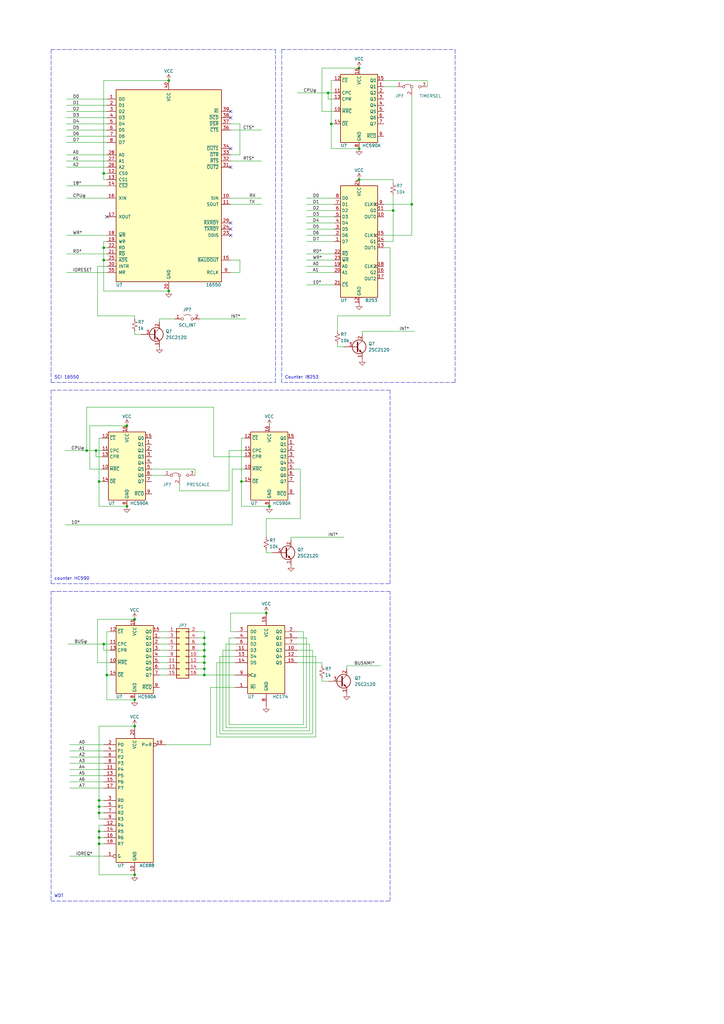
<source format=kicad_sch>
(kicad_sch (version 20211123) (generator eeschema)

  (uuid 17293e2d-1911-4da1-8160-a6c411886c60)

  (paper "A3" portrait)

  (lib_symbols
    (symbol "74xx:74HC590A" (in_bom yes) (on_board yes)
      (property "Reference" "U" (id 0) (at -7.62 16.51 0)
        (effects (font (size 1.27 1.27)))
      )
      (property "Value" "74HC590A" (id 1) (at -7.62 -13.97 0)
        (effects (font (size 1.27 1.27)))
      )
      (property "Footprint" "" (id 2) (at 0 1.27 0)
        (effects (font (size 1.27 1.27)) hide)
      )
      (property "Datasheet" "http://www.ti.com/lit/ds/symlink/sn74hc590a.pdf" (id 3) (at 0 1.27 0)
        (effects (font (size 1.27 1.27)) hide)
      )
      (property "ki_keywords" "HCMOS Counter 3State" (id 4) (at 0 0 0)
        (effects (font (size 1.27 1.27)) hide)
      )
      (property "ki_description" "8-bit Binary Counter with Output Register 3-State Outputs, DIP-16/SOIC-16/SOIC-16W" (id 5) (at 0 0 0)
        (effects (font (size 1.27 1.27)) hide)
      )
      (property "ki_fp_filters" "DIP*W7.62mm* SOIC*3.9x9.9mm*P1.27mm* TSSOP*4.4x5mm*P0.65mm* SOIC*5.3x10.2mm*P1.27mm* SOIC*7.5x10.3mm*P1.27mm*" (id 6) (at 0 0 0)
        (effects (font (size 1.27 1.27)) hide)
      )
      (symbol "74HC590A_1_0"
        (pin tri_state line (at 10.16 10.16 180) (length 2.54)
          (name "Q1" (effects (font (size 1.27 1.27))))
          (number "1" (effects (font (size 1.27 1.27))))
        )
        (pin input line (at -10.16 0 0) (length 2.54)
          (name "~{MRC}" (effects (font (size 1.27 1.27))))
          (number "10" (effects (font (size 1.27 1.27))))
        )
        (pin input line (at -10.16 7.62 0) (length 2.54)
          (name "CPC" (effects (font (size 1.27 1.27))))
          (number "11" (effects (font (size 1.27 1.27))))
        )
        (pin input line (at -10.16 12.7 0) (length 2.54)
          (name "~{CE}" (effects (font (size 1.27 1.27))))
          (number "12" (effects (font (size 1.27 1.27))))
        )
        (pin input line (at -10.16 5.08 0) (length 2.54)
          (name "CPR" (effects (font (size 1.27 1.27))))
          (number "13" (effects (font (size 1.27 1.27))))
        )
        (pin input line (at -10.16 -5.08 0) (length 2.54)
          (name "~{OE}" (effects (font (size 1.27 1.27))))
          (number "14" (effects (font (size 1.27 1.27))))
        )
        (pin tri_state line (at 10.16 12.7 180) (length 2.54)
          (name "Q0" (effects (font (size 1.27 1.27))))
          (number "15" (effects (font (size 1.27 1.27))))
        )
        (pin power_in line (at 0 17.78 270) (length 2.54)
          (name "VCC" (effects (font (size 1.27 1.27))))
          (number "16" (effects (font (size 1.27 1.27))))
        )
        (pin tri_state line (at 10.16 7.62 180) (length 2.54)
          (name "Q2" (effects (font (size 1.27 1.27))))
          (number "2" (effects (font (size 1.27 1.27))))
        )
        (pin tri_state line (at 10.16 5.08 180) (length 2.54)
          (name "Q3" (effects (font (size 1.27 1.27))))
          (number "3" (effects (font (size 1.27 1.27))))
        )
        (pin tri_state line (at 10.16 2.54 180) (length 2.54)
          (name "Q4" (effects (font (size 1.27 1.27))))
          (number "4" (effects (font (size 1.27 1.27))))
        )
        (pin tri_state line (at 10.16 0 180) (length 2.54)
          (name "Q5" (effects (font (size 1.27 1.27))))
          (number "5" (effects (font (size 1.27 1.27))))
        )
        (pin tri_state line (at 10.16 -2.54 180) (length 2.54)
          (name "Q6" (effects (font (size 1.27 1.27))))
          (number "6" (effects (font (size 1.27 1.27))))
        )
        (pin tri_state line (at 10.16 -5.08 180) (length 2.54)
          (name "Q7" (effects (font (size 1.27 1.27))))
          (number "7" (effects (font (size 1.27 1.27))))
        )
        (pin power_in line (at 0 -15.24 90) (length 2.54)
          (name "GND" (effects (font (size 1.27 1.27))))
          (number "8" (effects (font (size 1.27 1.27))))
        )
        (pin output line (at 10.16 -10.16 180) (length 2.54)
          (name "~{RCO}" (effects (font (size 1.27 1.27))))
          (number "9" (effects (font (size 1.27 1.27))))
        )
      )
      (symbol "74HC590A_1_1"
        (rectangle (start -7.62 15.24) (end 7.62 -12.7)
          (stroke (width 0.254) (type default) (color 0 0 0 0))
          (fill (type background))
        )
      )
    )
    (symbol "74xx:74LS174" (pin_names (offset 1.016)) (in_bom yes) (on_board yes)
      (property "Reference" "U" (id 0) (at -7.62 13.97 0)
        (effects (font (size 1.27 1.27)))
      )
      (property "Value" "74LS174" (id 1) (at -7.62 -16.51 0)
        (effects (font (size 1.27 1.27)))
      )
      (property "Footprint" "" (id 2) (at 0 0 0)
        (effects (font (size 1.27 1.27)) hide)
      )
      (property "Datasheet" "http://www.ti.com/lit/gpn/sn74LS174" (id 3) (at 0 0 0)
        (effects (font (size 1.27 1.27)) hide)
      )
      (property "ki_locked" "" (id 4) (at 0 0 0)
        (effects (font (size 1.27 1.27)))
      )
      (property "ki_keywords" "TTL REG REG6 DFF" (id 5) (at 0 0 0)
        (effects (font (size 1.27 1.27)) hide)
      )
      (property "ki_description" "Hex D-type Flip-Flop, reset" (id 6) (at 0 0 0)
        (effects (font (size 1.27 1.27)) hide)
      )
      (property "ki_fp_filters" "DIP?16*" (id 7) (at 0 0 0)
        (effects (font (size 1.27 1.27)) hide)
      )
      (symbol "74LS174_1_0"
        (pin input line (at -12.7 -12.7 0) (length 5.08)
          (name "~{Mr}" (effects (font (size 1.27 1.27))))
          (number "1" (effects (font (size 1.27 1.27))))
        )
        (pin output line (at 12.7 2.54 180) (length 5.08)
          (name "Q3" (effects (font (size 1.27 1.27))))
          (number "10" (effects (font (size 1.27 1.27))))
        )
        (pin input line (at -12.7 2.54 0) (length 5.08)
          (name "D3" (effects (font (size 1.27 1.27))))
          (number "11" (effects (font (size 1.27 1.27))))
        )
        (pin output line (at 12.7 0 180) (length 5.08)
          (name "Q4" (effects (font (size 1.27 1.27))))
          (number "12" (effects (font (size 1.27 1.27))))
        )
        (pin input line (at -12.7 0 0) (length 5.08)
          (name "D4" (effects (font (size 1.27 1.27))))
          (number "13" (effects (font (size 1.27 1.27))))
        )
        (pin input line (at -12.7 -2.54 0) (length 5.08)
          (name "D5" (effects (font (size 1.27 1.27))))
          (number "14" (effects (font (size 1.27 1.27))))
        )
        (pin output line (at 12.7 -2.54 180) (length 5.08)
          (name "Q5" (effects (font (size 1.27 1.27))))
          (number "15" (effects (font (size 1.27 1.27))))
        )
        (pin power_in line (at 0 17.78 270) (length 5.08)
          (name "VCC" (effects (font (size 1.27 1.27))))
          (number "16" (effects (font (size 1.27 1.27))))
        )
        (pin output line (at 12.7 10.16 180) (length 5.08)
          (name "Q0" (effects (font (size 1.27 1.27))))
          (number "2" (effects (font (size 1.27 1.27))))
        )
        (pin input line (at -12.7 10.16 0) (length 5.08)
          (name "D0" (effects (font (size 1.27 1.27))))
          (number "3" (effects (font (size 1.27 1.27))))
        )
        (pin input line (at -12.7 7.62 0) (length 5.08)
          (name "D1" (effects (font (size 1.27 1.27))))
          (number "4" (effects (font (size 1.27 1.27))))
        )
        (pin output line (at 12.7 7.62 180) (length 5.08)
          (name "Q1" (effects (font (size 1.27 1.27))))
          (number "5" (effects (font (size 1.27 1.27))))
        )
        (pin input line (at -12.7 5.08 0) (length 5.08)
          (name "D2" (effects (font (size 1.27 1.27))))
          (number "6" (effects (font (size 1.27 1.27))))
        )
        (pin output line (at 12.7 5.08 180) (length 5.08)
          (name "Q2" (effects (font (size 1.27 1.27))))
          (number "7" (effects (font (size 1.27 1.27))))
        )
        (pin power_in line (at 0 -20.32 90) (length 5.08)
          (name "GND" (effects (font (size 1.27 1.27))))
          (number "8" (effects (font (size 1.27 1.27))))
        )
        (pin input clock (at -12.7 -7.62 0) (length 5.08)
          (name "Cp" (effects (font (size 1.27 1.27))))
          (number "9" (effects (font (size 1.27 1.27))))
        )
      )
      (symbol "74LS174_1_1"
        (rectangle (start -7.62 12.7) (end 7.62 -15.24)
          (stroke (width 0.254) (type default) (color 0 0 0 0))
          (fill (type background))
        )
      )
    )
    (symbol "74xx:74LS688" (in_bom yes) (on_board yes)
      (property "Reference" "U" (id 0) (at -7.62 26.67 0)
        (effects (font (size 1.27 1.27)))
      )
      (property "Value" "74LS688" (id 1) (at -7.62 -26.67 0)
        (effects (font (size 1.27 1.27)))
      )
      (property "Footprint" "" (id 2) (at 0 0 0)
        (effects (font (size 1.27 1.27)) hide)
      )
      (property "Datasheet" "http://www.ti.com/lit/gpn/sn74LS688" (id 3) (at 0 0 0)
        (effects (font (size 1.27 1.27)) hide)
      )
      (property "ki_keywords" "TTL DECOD Arith" (id 4) (at 0 0 0)
        (effects (font (size 1.27 1.27)) hide)
      )
      (property "ki_description" "8-bit magnitude comparator" (id 5) (at 0 0 0)
        (effects (font (size 1.27 1.27)) hide)
      )
      (property "ki_fp_filters" "DIP?20* SOIC?20* SO?20* TSSOP?20*" (id 6) (at 0 0 0)
        (effects (font (size 1.27 1.27)) hide)
      )
      (symbol "74LS688_1_0"
        (pin input inverted (at -12.7 -22.86 0) (length 5.08)
          (name "G" (effects (font (size 1.27 1.27))))
          (number "1" (effects (font (size 1.27 1.27))))
        )
        (pin power_in line (at 0 -30.48 90) (length 5.08)
          (name "GND" (effects (font (size 1.27 1.27))))
          (number "10" (effects (font (size 1.27 1.27))))
        )
        (pin input line (at -12.7 12.7 0) (length 5.08)
          (name "P4" (effects (font (size 1.27 1.27))))
          (number "11" (effects (font (size 1.27 1.27))))
        )
        (pin input line (at -12.7 -10.16 0) (length 5.08)
          (name "R4" (effects (font (size 1.27 1.27))))
          (number "12" (effects (font (size 1.27 1.27))))
        )
        (pin input line (at -12.7 10.16 0) (length 5.08)
          (name "P5" (effects (font (size 1.27 1.27))))
          (number "13" (effects (font (size 1.27 1.27))))
        )
        (pin input line (at -12.7 -12.7 0) (length 5.08)
          (name "R5" (effects (font (size 1.27 1.27))))
          (number "14" (effects (font (size 1.27 1.27))))
        )
        (pin input line (at -12.7 7.62 0) (length 5.08)
          (name "P6" (effects (font (size 1.27 1.27))))
          (number "15" (effects (font (size 1.27 1.27))))
        )
        (pin input line (at -12.7 -15.24 0) (length 5.08)
          (name "R6" (effects (font (size 1.27 1.27))))
          (number "16" (effects (font (size 1.27 1.27))))
        )
        (pin input line (at -12.7 5.08 0) (length 5.08)
          (name "P7" (effects (font (size 1.27 1.27))))
          (number "17" (effects (font (size 1.27 1.27))))
        )
        (pin input line (at -12.7 -17.78 0) (length 5.08)
          (name "R7" (effects (font (size 1.27 1.27))))
          (number "18" (effects (font (size 1.27 1.27))))
        )
        (pin output inverted (at 12.7 22.86 180) (length 5.08)
          (name "P=R" (effects (font (size 1.27 1.27))))
          (number "19" (effects (font (size 1.27 1.27))))
        )
        (pin input line (at -12.7 22.86 0) (length 5.08)
          (name "P0" (effects (font (size 1.27 1.27))))
          (number "2" (effects (font (size 1.27 1.27))))
        )
        (pin power_in line (at 0 30.48 270) (length 5.08)
          (name "VCC" (effects (font (size 1.27 1.27))))
          (number "20" (effects (font (size 1.27 1.27))))
        )
        (pin input line (at -12.7 0 0) (length 5.08)
          (name "R0" (effects (font (size 1.27 1.27))))
          (number "3" (effects (font (size 1.27 1.27))))
        )
        (pin input line (at -12.7 20.32 0) (length 5.08)
          (name "P1" (effects (font (size 1.27 1.27))))
          (number "4" (effects (font (size 1.27 1.27))))
        )
        (pin input line (at -12.7 -2.54 0) (length 5.08)
          (name "R1" (effects (font (size 1.27 1.27))))
          (number "5" (effects (font (size 1.27 1.27))))
        )
        (pin input line (at -12.7 17.78 0) (length 5.08)
          (name "P2" (effects (font (size 1.27 1.27))))
          (number "6" (effects (font (size 1.27 1.27))))
        )
        (pin input line (at -12.7 -5.08 0) (length 5.08)
          (name "R2" (effects (font (size 1.27 1.27))))
          (number "7" (effects (font (size 1.27 1.27))))
        )
        (pin input line (at -12.7 15.24 0) (length 5.08)
          (name "P3" (effects (font (size 1.27 1.27))))
          (number "8" (effects (font (size 1.27 1.27))))
        )
        (pin input line (at -12.7 -7.62 0) (length 5.08)
          (name "R3" (effects (font (size 1.27 1.27))))
          (number "9" (effects (font (size 1.27 1.27))))
        )
      )
      (symbol "74LS688_1_1"
        (rectangle (start -7.62 25.4) (end 7.62 -25.4)
          (stroke (width 0.254) (type default) (color 0 0 0 0))
          (fill (type background))
        )
      )
    )
    (symbol "Connector_Generic:Conn_02x08_Odd_Even" (pin_names (offset 1.016) hide) (in_bom yes) (on_board yes)
      (property "Reference" "J" (id 0) (at 1.27 10.16 0)
        (effects (font (size 1.27 1.27)))
      )
      (property "Value" "Conn_02x08_Odd_Even" (id 1) (at 1.27 -12.7 0)
        (effects (font (size 1.27 1.27)))
      )
      (property "Footprint" "" (id 2) (at 0 0 0)
        (effects (font (size 1.27 1.27)) hide)
      )
      (property "Datasheet" "~" (id 3) (at 0 0 0)
        (effects (font (size 1.27 1.27)) hide)
      )
      (property "ki_keywords" "connector" (id 4) (at 0 0 0)
        (effects (font (size 1.27 1.27)) hide)
      )
      (property "ki_description" "Generic connector, double row, 02x08, odd/even pin numbering scheme (row 1 odd numbers, row 2 even numbers), script generated (kicad-library-utils/schlib/autogen/connector/)" (id 5) (at 0 0 0)
        (effects (font (size 1.27 1.27)) hide)
      )
      (property "ki_fp_filters" "Connector*:*_2x??_*" (id 6) (at 0 0 0)
        (effects (font (size 1.27 1.27)) hide)
      )
      (symbol "Conn_02x08_Odd_Even_1_1"
        (rectangle (start -1.27 -10.033) (end 0 -10.287)
          (stroke (width 0.1524) (type default) (color 0 0 0 0))
          (fill (type none))
        )
        (rectangle (start -1.27 -7.493) (end 0 -7.747)
          (stroke (width 0.1524) (type default) (color 0 0 0 0))
          (fill (type none))
        )
        (rectangle (start -1.27 -4.953) (end 0 -5.207)
          (stroke (width 0.1524) (type default) (color 0 0 0 0))
          (fill (type none))
        )
        (rectangle (start -1.27 -2.413) (end 0 -2.667)
          (stroke (width 0.1524) (type default) (color 0 0 0 0))
          (fill (type none))
        )
        (rectangle (start -1.27 0.127) (end 0 -0.127)
          (stroke (width 0.1524) (type default) (color 0 0 0 0))
          (fill (type none))
        )
        (rectangle (start -1.27 2.667) (end 0 2.413)
          (stroke (width 0.1524) (type default) (color 0 0 0 0))
          (fill (type none))
        )
        (rectangle (start -1.27 5.207) (end 0 4.953)
          (stroke (width 0.1524) (type default) (color 0 0 0 0))
          (fill (type none))
        )
        (rectangle (start -1.27 7.747) (end 0 7.493)
          (stroke (width 0.1524) (type default) (color 0 0 0 0))
          (fill (type none))
        )
        (rectangle (start -1.27 8.89) (end 3.81 -11.43)
          (stroke (width 0.254) (type default) (color 0 0 0 0))
          (fill (type background))
        )
        (rectangle (start 3.81 -10.033) (end 2.54 -10.287)
          (stroke (width 0.1524) (type default) (color 0 0 0 0))
          (fill (type none))
        )
        (rectangle (start 3.81 -7.493) (end 2.54 -7.747)
          (stroke (width 0.1524) (type default) (color 0 0 0 0))
          (fill (type none))
        )
        (rectangle (start 3.81 -4.953) (end 2.54 -5.207)
          (stroke (width 0.1524) (type default) (color 0 0 0 0))
          (fill (type none))
        )
        (rectangle (start 3.81 -2.413) (end 2.54 -2.667)
          (stroke (width 0.1524) (type default) (color 0 0 0 0))
          (fill (type none))
        )
        (rectangle (start 3.81 0.127) (end 2.54 -0.127)
          (stroke (width 0.1524) (type default) (color 0 0 0 0))
          (fill (type none))
        )
        (rectangle (start 3.81 2.667) (end 2.54 2.413)
          (stroke (width 0.1524) (type default) (color 0 0 0 0))
          (fill (type none))
        )
        (rectangle (start 3.81 5.207) (end 2.54 4.953)
          (stroke (width 0.1524) (type default) (color 0 0 0 0))
          (fill (type none))
        )
        (rectangle (start 3.81 7.747) (end 2.54 7.493)
          (stroke (width 0.1524) (type default) (color 0 0 0 0))
          (fill (type none))
        )
        (pin passive line (at -5.08 7.62 0) (length 3.81)
          (name "Pin_1" (effects (font (size 1.27 1.27))))
          (number "1" (effects (font (size 1.27 1.27))))
        )
        (pin passive line (at 7.62 -2.54 180) (length 3.81)
          (name "Pin_10" (effects (font (size 1.27 1.27))))
          (number "10" (effects (font (size 1.27 1.27))))
        )
        (pin passive line (at -5.08 -5.08 0) (length 3.81)
          (name "Pin_11" (effects (font (size 1.27 1.27))))
          (number "11" (effects (font (size 1.27 1.27))))
        )
        (pin passive line (at 7.62 -5.08 180) (length 3.81)
          (name "Pin_12" (effects (font (size 1.27 1.27))))
          (number "12" (effects (font (size 1.27 1.27))))
        )
        (pin passive line (at -5.08 -7.62 0) (length 3.81)
          (name "Pin_13" (effects (font (size 1.27 1.27))))
          (number "13" (effects (font (size 1.27 1.27))))
        )
        (pin passive line (at 7.62 -7.62 180) (length 3.81)
          (name "Pin_14" (effects (font (size 1.27 1.27))))
          (number "14" (effects (font (size 1.27 1.27))))
        )
        (pin passive line (at -5.08 -10.16 0) (length 3.81)
          (name "Pin_15" (effects (font (size 1.27 1.27))))
          (number "15" (effects (font (size 1.27 1.27))))
        )
        (pin passive line (at 7.62 -10.16 180) (length 3.81)
          (name "Pin_16" (effects (font (size 1.27 1.27))))
          (number "16" (effects (font (size 1.27 1.27))))
        )
        (pin passive line (at 7.62 7.62 180) (length 3.81)
          (name "Pin_2" (effects (font (size 1.27 1.27))))
          (number "2" (effects (font (size 1.27 1.27))))
        )
        (pin passive line (at -5.08 5.08 0) (length 3.81)
          (name "Pin_3" (effects (font (size 1.27 1.27))))
          (number "3" (effects (font (size 1.27 1.27))))
        )
        (pin passive line (at 7.62 5.08 180) (length 3.81)
          (name "Pin_4" (effects (font (size 1.27 1.27))))
          (number "4" (effects (font (size 1.27 1.27))))
        )
        (pin passive line (at -5.08 2.54 0) (length 3.81)
          (name "Pin_5" (effects (font (size 1.27 1.27))))
          (number "5" (effects (font (size 1.27 1.27))))
        )
        (pin passive line (at 7.62 2.54 180) (length 3.81)
          (name "Pin_6" (effects (font (size 1.27 1.27))))
          (number "6" (effects (font (size 1.27 1.27))))
        )
        (pin passive line (at -5.08 0 0) (length 3.81)
          (name "Pin_7" (effects (font (size 1.27 1.27))))
          (number "7" (effects (font (size 1.27 1.27))))
        )
        (pin passive line (at 7.62 0 180) (length 3.81)
          (name "Pin_8" (effects (font (size 1.27 1.27))))
          (number "8" (effects (font (size 1.27 1.27))))
        )
        (pin passive line (at -5.08 -2.54 0) (length 3.81)
          (name "Pin_9" (effects (font (size 1.27 1.27))))
          (number "9" (effects (font (size 1.27 1.27))))
        )
      )
    )
    (symbol "Device:Q_NPN_ECB" (pin_names (offset 0) hide) (in_bom yes) (on_board yes)
      (property "Reference" "Q" (id 0) (at 5.08 1.27 0)
        (effects (font (size 1.27 1.27)) (justify left))
      )
      (property "Value" "Q_NPN_ECB" (id 1) (at 5.08 -1.27 0)
        (effects (font (size 1.27 1.27)) (justify left))
      )
      (property "Footprint" "" (id 2) (at 5.08 2.54 0)
        (effects (font (size 1.27 1.27)) hide)
      )
      (property "Datasheet" "~" (id 3) (at 0 0 0)
        (effects (font (size 1.27 1.27)) hide)
      )
      (property "ki_keywords" "transistor NPN" (id 4) (at 0 0 0)
        (effects (font (size 1.27 1.27)) hide)
      )
      (property "ki_description" "NPN transistor, emitter/collector/base" (id 5) (at 0 0 0)
        (effects (font (size 1.27 1.27)) hide)
      )
      (symbol "Q_NPN_ECB_0_1"
        (polyline
          (pts
            (xy 0.635 0.635)
            (xy 2.54 2.54)
          )
          (stroke (width 0) (type default) (color 0 0 0 0))
          (fill (type none))
        )
        (polyline
          (pts
            (xy 0.635 -0.635)
            (xy 2.54 -2.54)
            (xy 2.54 -2.54)
          )
          (stroke (width 0) (type default) (color 0 0 0 0))
          (fill (type none))
        )
        (polyline
          (pts
            (xy 0.635 1.905)
            (xy 0.635 -1.905)
            (xy 0.635 -1.905)
          )
          (stroke (width 0.508) (type default) (color 0 0 0 0))
          (fill (type none))
        )
        (polyline
          (pts
            (xy 1.27 -1.778)
            (xy 1.778 -1.27)
            (xy 2.286 -2.286)
            (xy 1.27 -1.778)
            (xy 1.27 -1.778)
          )
          (stroke (width 0) (type default) (color 0 0 0 0))
          (fill (type outline))
        )
        (circle (center 1.27 0) (radius 2.8194)
          (stroke (width 0.254) (type default) (color 0 0 0 0))
          (fill (type none))
        )
      )
      (symbol "Q_NPN_ECB_1_1"
        (pin passive line (at 2.54 -5.08 90) (length 2.54)
          (name "E" (effects (font (size 1.27 1.27))))
          (number "1" (effects (font (size 1.27 1.27))))
        )
        (pin passive line (at 2.54 5.08 270) (length 2.54)
          (name "C" (effects (font (size 1.27 1.27))))
          (number "2" (effects (font (size 1.27 1.27))))
        )
        (pin passive line (at -5.08 0 0) (length 5.715)
          (name "B" (effects (font (size 1.27 1.27))))
          (number "3" (effects (font (size 1.27 1.27))))
        )
      )
    )
    (symbol "Device:R_Small_US" (pin_numbers hide) (pin_names (offset 0.254) hide) (in_bom yes) (on_board yes)
      (property "Reference" "R" (id 0) (at 0.762 0.508 0)
        (effects (font (size 1.27 1.27)) (justify left))
      )
      (property "Value" "R_Small_US" (id 1) (at 0.762 -1.016 0)
        (effects (font (size 1.27 1.27)) (justify left))
      )
      (property "Footprint" "" (id 2) (at 0 0 0)
        (effects (font (size 1.27 1.27)) hide)
      )
      (property "Datasheet" "~" (id 3) (at 0 0 0)
        (effects (font (size 1.27 1.27)) hide)
      )
      (property "ki_keywords" "r resistor" (id 4) (at 0 0 0)
        (effects (font (size 1.27 1.27)) hide)
      )
      (property "ki_description" "Resistor, small US symbol" (id 5) (at 0 0 0)
        (effects (font (size 1.27 1.27)) hide)
      )
      (property "ki_fp_filters" "R_*" (id 6) (at 0 0 0)
        (effects (font (size 1.27 1.27)) hide)
      )
      (symbol "R_Small_US_1_1"
        (polyline
          (pts
            (xy 0 0)
            (xy 1.016 -0.381)
            (xy 0 -0.762)
            (xy -1.016 -1.143)
            (xy 0 -1.524)
          )
          (stroke (width 0) (type default) (color 0 0 0 0))
          (fill (type none))
        )
        (polyline
          (pts
            (xy 0 1.524)
            (xy 1.016 1.143)
            (xy 0 0.762)
            (xy -1.016 0.381)
            (xy 0 0)
          )
          (stroke (width 0) (type default) (color 0 0 0 0))
          (fill (type none))
        )
        (pin passive line (at 0 2.54 270) (length 1.016)
          (name "~" (effects (font (size 1.27 1.27))))
          (number "1" (effects (font (size 1.27 1.27))))
        )
        (pin passive line (at 0 -2.54 90) (length 1.016)
          (name "~" (effects (font (size 1.27 1.27))))
          (number "2" (effects (font (size 1.27 1.27))))
        )
      )
    )
    (symbol "Interface_UART:16550" (pin_names (offset 1.016)) (in_bom yes) (on_board yes)
      (property "Reference" "U" (id 0) (at -21.59 40.64 0)
        (effects (font (size 1.27 1.27)) (justify left))
      )
      (property "Value" "16550" (id 1) (at 15.24 40.64 0)
        (effects (font (size 1.27 1.27)) (justify left))
      )
      (property "Footprint" "Package_DIP:DIP-40_W15.24mm" (id 2) (at 0 0 0)
        (effects (font (size 1.27 1.27) italic) hide)
      )
      (property "Datasheet" "http://www.ti.com/lit/ds/symlink/pc16550d.pdf" (id 3) (at 0 0 0)
        (effects (font (size 1.27 1.27)) hide)
      )
      (property "ki_keywords" "1ch UART FIFO" (id 4) (at 0 0 0)
        (effects (font (size 1.27 1.27)) hide)
      )
      (property "ki_description" "PC16550D, Universal Asynchronous Receiver/Transmitter with FIFOs, PDIP-40" (id 5) (at 0 0 0)
        (effects (font (size 1.27 1.27)) hide)
      )
      (property "ki_fp_filters" "DIP*W15.24mm*" (id 6) (at 0 0 0)
        (effects (font (size 1.27 1.27)) hide)
      )
      (symbol "16550_0_1"
        (rectangle (start -21.59 -39.37) (end 21.59 39.37)
          (stroke (width 0.254) (type default) (color 0 0 0 0))
          (fill (type background))
        )
      )
      (symbol "16550_1_1"
        (pin bidirectional line (at -25.4 35.56 0) (length 3.81)
          (name "D0" (effects (font (size 1.27 1.27))))
          (number "1" (effects (font (size 1.27 1.27))))
        )
        (pin input line (at 25.4 -5.08 180) (length 3.81)
          (name "SIN" (effects (font (size 1.27 1.27))))
          (number "10" (effects (font (size 1.27 1.27))))
        )
        (pin output line (at 25.4 -7.62 180) (length 3.81)
          (name "SOUT" (effects (font (size 1.27 1.27))))
          (number "11" (effects (font (size 1.27 1.27))))
        )
        (pin input line (at -25.4 5.08 0) (length 3.81)
          (name "CS0" (effects (font (size 1.27 1.27))))
          (number "12" (effects (font (size 1.27 1.27))))
        )
        (pin input line (at -25.4 2.54 0) (length 3.81)
          (name "CS1" (effects (font (size 1.27 1.27))))
          (number "13" (effects (font (size 1.27 1.27))))
        )
        (pin input line (at -25.4 0 0) (length 3.81)
          (name "~{CS2}" (effects (font (size 1.27 1.27))))
          (number "14" (effects (font (size 1.27 1.27))))
        )
        (pin output line (at 25.4 -30.48 180) (length 3.81)
          (name "~{BAUDOUT}" (effects (font (size 1.27 1.27))))
          (number "15" (effects (font (size 1.27 1.27))))
        )
        (pin input line (at -25.4 -5.08 0) (length 3.81)
          (name "XIN" (effects (font (size 1.27 1.27))))
          (number "16" (effects (font (size 1.27 1.27))))
        )
        (pin output line (at -25.4 -12.7 0) (length 3.81)
          (name "XOUT" (effects (font (size 1.27 1.27))))
          (number "17" (effects (font (size 1.27 1.27))))
        )
        (pin input line (at -25.4 -20.32 0) (length 3.81)
          (name "~{WR}" (effects (font (size 1.27 1.27))))
          (number "18" (effects (font (size 1.27 1.27))))
        )
        (pin input line (at -25.4 -22.86 0) (length 3.81)
          (name "WR" (effects (font (size 1.27 1.27))))
          (number "19" (effects (font (size 1.27 1.27))))
        )
        (pin bidirectional line (at -25.4 33.02 0) (length 3.81)
          (name "D1" (effects (font (size 1.27 1.27))))
          (number "2" (effects (font (size 1.27 1.27))))
        )
        (pin power_in line (at 0 -43.18 90) (length 3.81)
          (name "GND" (effects (font (size 1.27 1.27))))
          (number "20" (effects (font (size 1.27 1.27))))
        )
        (pin input line (at -25.4 -27.94 0) (length 3.81)
          (name "~{RD}" (effects (font (size 1.27 1.27))))
          (number "21" (effects (font (size 1.27 1.27))))
        )
        (pin input line (at -25.4 -25.4 0) (length 3.81)
          (name "RD" (effects (font (size 1.27 1.27))))
          (number "22" (effects (font (size 1.27 1.27))))
        )
        (pin output line (at 25.4 -20.32 180) (length 3.81)
          (name "DDIS" (effects (font (size 1.27 1.27))))
          (number "23" (effects (font (size 1.27 1.27))))
        )
        (pin output line (at 25.4 -17.78 180) (length 3.81)
          (name "~{TXRDY}" (effects (font (size 1.27 1.27))))
          (number "24" (effects (font (size 1.27 1.27))))
        )
        (pin input line (at -25.4 -30.48 0) (length 3.81)
          (name "~{ADS}" (effects (font (size 1.27 1.27))))
          (number "25" (effects (font (size 1.27 1.27))))
        )
        (pin input line (at -25.4 7.62 0) (length 3.81)
          (name "A2" (effects (font (size 1.27 1.27))))
          (number "26" (effects (font (size 1.27 1.27))))
        )
        (pin input line (at -25.4 10.16 0) (length 3.81)
          (name "A1" (effects (font (size 1.27 1.27))))
          (number "27" (effects (font (size 1.27 1.27))))
        )
        (pin input line (at -25.4 12.7 0) (length 3.81)
          (name "A0" (effects (font (size 1.27 1.27))))
          (number "28" (effects (font (size 1.27 1.27))))
        )
        (pin output line (at 25.4 -15.24 180) (length 3.81)
          (name "~{RXRDY}" (effects (font (size 1.27 1.27))))
          (number "29" (effects (font (size 1.27 1.27))))
        )
        (pin bidirectional line (at -25.4 30.48 0) (length 3.81)
          (name "D2" (effects (font (size 1.27 1.27))))
          (number "3" (effects (font (size 1.27 1.27))))
        )
        (pin output line (at -25.4 -33.02 0) (length 3.81)
          (name "INTR" (effects (font (size 1.27 1.27))))
          (number "30" (effects (font (size 1.27 1.27))))
        )
        (pin output line (at 25.4 7.62 180) (length 3.81)
          (name "~{OUT2}" (effects (font (size 1.27 1.27))))
          (number "31" (effects (font (size 1.27 1.27))))
        )
        (pin output line (at 25.4 10.16 180) (length 3.81)
          (name "~{RTS}" (effects (font (size 1.27 1.27))))
          (number "32" (effects (font (size 1.27 1.27))))
        )
        (pin output line (at 25.4 12.7 180) (length 3.81)
          (name "~{DTR}" (effects (font (size 1.27 1.27))))
          (number "33" (effects (font (size 1.27 1.27))))
        )
        (pin output line (at 25.4 15.24 180) (length 3.81)
          (name "~{OUT1}" (effects (font (size 1.27 1.27))))
          (number "34" (effects (font (size 1.27 1.27))))
        )
        (pin input line (at -25.4 -35.56 0) (length 3.81)
          (name "MR" (effects (font (size 1.27 1.27))))
          (number "35" (effects (font (size 1.27 1.27))))
        )
        (pin input line (at 25.4 22.86 180) (length 3.81)
          (name "~{CTS}" (effects (font (size 1.27 1.27))))
          (number "36" (effects (font (size 1.27 1.27))))
        )
        (pin input line (at 25.4 25.4 180) (length 3.81)
          (name "~{DSR}" (effects (font (size 1.27 1.27))))
          (number "37" (effects (font (size 1.27 1.27))))
        )
        (pin input line (at 25.4 27.94 180) (length 3.81)
          (name "~{DCD}" (effects (font (size 1.27 1.27))))
          (number "38" (effects (font (size 1.27 1.27))))
        )
        (pin input line (at 25.4 30.48 180) (length 3.81)
          (name "~{RI}" (effects (font (size 1.27 1.27))))
          (number "39" (effects (font (size 1.27 1.27))))
        )
        (pin bidirectional line (at -25.4 27.94 0) (length 3.81)
          (name "D3" (effects (font (size 1.27 1.27))))
          (number "4" (effects (font (size 1.27 1.27))))
        )
        (pin power_in line (at 0 43.18 270) (length 3.81)
          (name "VCC" (effects (font (size 1.27 1.27))))
          (number "40" (effects (font (size 1.27 1.27))))
        )
        (pin bidirectional line (at -25.4 25.4 0) (length 3.81)
          (name "D4" (effects (font (size 1.27 1.27))))
          (number "5" (effects (font (size 1.27 1.27))))
        )
        (pin bidirectional line (at -25.4 22.86 0) (length 3.81)
          (name "D5" (effects (font (size 1.27 1.27))))
          (number "6" (effects (font (size 1.27 1.27))))
        )
        (pin bidirectional line (at -25.4 20.32 0) (length 3.81)
          (name "D6" (effects (font (size 1.27 1.27))))
          (number "7" (effects (font (size 1.27 1.27))))
        )
        (pin bidirectional line (at -25.4 17.78 0) (length 3.81)
          (name "D7" (effects (font (size 1.27 1.27))))
          (number "8" (effects (font (size 1.27 1.27))))
        )
        (pin input line (at 25.4 -35.56 180) (length 3.81)
          (name "RCLK" (effects (font (size 1.27 1.27))))
          (number "9" (effects (font (size 1.27 1.27))))
        )
      )
    )
    (symbol "Jumper:Jumper_2_Open" (pin_names (offset 0) hide) (in_bom yes) (on_board yes)
      (property "Reference" "JP" (id 0) (at 0 2.794 0)
        (effects (font (size 1.27 1.27)))
      )
      (property "Value" "Jumper_2_Open" (id 1) (at 0 -2.286 0)
        (effects (font (size 1.27 1.27)))
      )
      (property "Footprint" "" (id 2) (at 0 0 0)
        (effects (font (size 1.27 1.27)) hide)
      )
      (property "Datasheet" "~" (id 3) (at 0 0 0)
        (effects (font (size 1.27 1.27)) hide)
      )
      (property "ki_keywords" "Jumper SPST" (id 4) (at 0 0 0)
        (effects (font (size 1.27 1.27)) hide)
      )
      (property "ki_description" "Jumper, 2-pole, open" (id 5) (at 0 0 0)
        (effects (font (size 1.27 1.27)) hide)
      )
      (property "ki_fp_filters" "Jumper* TestPoint*2Pads* TestPoint*Bridge*" (id 6) (at 0 0 0)
        (effects (font (size 1.27 1.27)) hide)
      )
      (symbol "Jumper_2_Open_0_0"
        (circle (center -2.032 0) (radius 0.508)
          (stroke (width 0) (type default) (color 0 0 0 0))
          (fill (type none))
        )
        (circle (center 2.032 0) (radius 0.508)
          (stroke (width 0) (type default) (color 0 0 0 0))
          (fill (type none))
        )
      )
      (symbol "Jumper_2_Open_0_1"
        (arc (start 1.524 1.27) (mid 0 1.778) (end -1.524 1.27)
          (stroke (width 0) (type default) (color 0 0 0 0))
          (fill (type none))
        )
      )
      (symbol "Jumper_2_Open_1_1"
        (pin passive line (at -5.08 0 0) (length 2.54)
          (name "A" (effects (font (size 1.27 1.27))))
          (number "1" (effects (font (size 1.27 1.27))))
        )
        (pin passive line (at 5.08 0 180) (length 2.54)
          (name "B" (effects (font (size 1.27 1.27))))
          (number "2" (effects (font (size 1.27 1.27))))
        )
      )
    )
    (symbol "Jumper:Jumper_3_Bridged12" (pin_names (offset 0) hide) (in_bom yes) (on_board yes)
      (property "Reference" "JP" (id 0) (at -2.54 -2.54 0)
        (effects (font (size 1.27 1.27)))
      )
      (property "Value" "Jumper_3_Bridged12" (id 1) (at 0 2.794 0)
        (effects (font (size 1.27 1.27)))
      )
      (property "Footprint" "" (id 2) (at 0 0 0)
        (effects (font (size 1.27 1.27)) hide)
      )
      (property "Datasheet" "~" (id 3) (at 0 0 0)
        (effects (font (size 1.27 1.27)) hide)
      )
      (property "ki_keywords" "Jumper SPDT" (id 4) (at 0 0 0)
        (effects (font (size 1.27 1.27)) hide)
      )
      (property "ki_description" "Jumper, 3-pole, pins 1+2 closed/bridged" (id 5) (at 0 0 0)
        (effects (font (size 1.27 1.27)) hide)
      )
      (property "ki_fp_filters" "Jumper* TestPoint*3Pads* TestPoint*Bridge*" (id 6) (at 0 0 0)
        (effects (font (size 1.27 1.27)) hide)
      )
      (symbol "Jumper_3_Bridged12_0_0"
        (circle (center -3.302 0) (radius 0.508)
          (stroke (width 0) (type default) (color 0 0 0 0))
          (fill (type none))
        )
        (circle (center 0 0) (radius 0.508)
          (stroke (width 0) (type default) (color 0 0 0 0))
          (fill (type none))
        )
        (circle (center 3.302 0) (radius 0.508)
          (stroke (width 0) (type default) (color 0 0 0 0))
          (fill (type none))
        )
      )
      (symbol "Jumper_3_Bridged12_0_1"
        (arc (start -0.254 0.508) (mid -1.651 0.9912) (end -3.048 0.508)
          (stroke (width 0) (type default) (color 0 0 0 0))
          (fill (type none))
        )
        (polyline
          (pts
            (xy 0 -1.27)
            (xy 0 -0.508)
          )
          (stroke (width 0) (type default) (color 0 0 0 0))
          (fill (type none))
        )
      )
      (symbol "Jumper_3_Bridged12_1_1"
        (pin passive line (at -6.35 0 0) (length 2.54)
          (name "A" (effects (font (size 1.27 1.27))))
          (number "1" (effects (font (size 1.27 1.27))))
        )
        (pin passive line (at 0 -3.81 90) (length 2.54)
          (name "C" (effects (font (size 1.27 1.27))))
          (number "2" (effects (font (size 1.27 1.27))))
        )
        (pin passive line (at 6.35 0 180) (length 2.54)
          (name "B" (effects (font (size 1.27 1.27))))
          (number "3" (effects (font (size 1.27 1.27))))
        )
      )
    )
    (symbol "Timer:8253" (in_bom yes) (on_board yes)
      (property "Reference" "U" (id 0) (at -5.08 24.13 0)
        (effects (font (size 1.27 1.27)) (justify right))
      )
      (property "Value" "8253" (id 1) (at 2.54 24.13 0)
        (effects (font (size 1.27 1.27)) (justify left))
      )
      (property "Footprint" "Package_DIP:DIP-24_W15.24mm" (id 2) (at 0 0 0)
        (effects (font (size 1.27 1.27)) hide)
      )
      (property "Datasheet" "http://www.cpcwiki.eu/imgs/e/e3/8253.pdf" (id 3) (at -11.43 22.86 0)
        (effects (font (size 1.27 1.27)) hide)
      )
      (property "ki_keywords" "Timer Counter" (id 4) (at 0 0 0)
        (effects (font (size 1.27 1.27)) hide)
      )
      (property "ki_description" "Programmable Interval Timer, PDIP-24" (id 5) (at 0 0 0)
        (effects (font (size 1.27 1.27)) hide)
      )
      (property "ki_fp_filters" "DIP*W15.24mm*" (id 6) (at 0 0 0)
        (effects (font (size 1.27 1.27)) hide)
      )
      (symbol "8253_0_1"
        (rectangle (start -7.62 -22.86) (end 7.62 22.86)
          (stroke (width 0.254) (type default) (color 0 0 0 0))
          (fill (type background))
        )
      )
      (symbol "8253_1_1"
        (pin bidirectional line (at -10.16 0 0) (length 2.54)
          (name "D7" (effects (font (size 1.27 1.27))))
          (number "1" (effects (font (size 1.27 1.27))))
        )
        (pin output line (at 10.16 10.16 180) (length 2.54)
          (name "OUT0" (effects (font (size 1.27 1.27))))
          (number "10" (effects (font (size 1.27 1.27))))
        )
        (pin input line (at 10.16 12.7 180) (length 2.54)
          (name "G0" (effects (font (size 1.27 1.27))))
          (number "11" (effects (font (size 1.27 1.27))))
        )
        (pin power_in line (at 0 -25.4 90) (length 2.54)
          (name "GND" (effects (font (size 1.27 1.27))))
          (number "12" (effects (font (size 1.27 1.27))))
        )
        (pin output line (at 10.16 -2.54 180) (length 2.54)
          (name "OUT1" (effects (font (size 1.27 1.27))))
          (number "13" (effects (font (size 1.27 1.27))))
        )
        (pin input line (at 10.16 0 180) (length 2.54)
          (name "G1" (effects (font (size 1.27 1.27))))
          (number "14" (effects (font (size 1.27 1.27))))
        )
        (pin input clock (at 10.16 2.54 180) (length 2.54)
          (name "CLK1" (effects (font (size 1.27 1.27))))
          (number "15" (effects (font (size 1.27 1.27))))
        )
        (pin input line (at 10.16 -12.7 180) (length 2.54)
          (name "G2" (effects (font (size 1.27 1.27))))
          (number "16" (effects (font (size 1.27 1.27))))
        )
        (pin output line (at 10.16 -15.24 180) (length 2.54)
          (name "OUT2" (effects (font (size 1.27 1.27))))
          (number "17" (effects (font (size 1.27 1.27))))
        )
        (pin input clock (at 10.16 -10.16 180) (length 2.54)
          (name "CLK2" (effects (font (size 1.27 1.27))))
          (number "18" (effects (font (size 1.27 1.27))))
        )
        (pin input line (at -10.16 -10.16 0) (length 2.54)
          (name "A0" (effects (font (size 1.27 1.27))))
          (number "19" (effects (font (size 1.27 1.27))))
        )
        (pin bidirectional line (at -10.16 2.54 0) (length 2.54)
          (name "D6" (effects (font (size 1.27 1.27))))
          (number "2" (effects (font (size 1.27 1.27))))
        )
        (pin input line (at -10.16 -12.7 0) (length 2.54)
          (name "A1" (effects (font (size 1.27 1.27))))
          (number "20" (effects (font (size 1.27 1.27))))
        )
        (pin input line (at -10.16 -17.78 0) (length 2.54)
          (name "~{CS}" (effects (font (size 1.27 1.27))))
          (number "21" (effects (font (size 1.27 1.27))))
        )
        (pin input line (at -10.16 -5.08 0) (length 2.54)
          (name "~{RD}" (effects (font (size 1.27 1.27))))
          (number "22" (effects (font (size 1.27 1.27))))
        )
        (pin input line (at -10.16 -7.62 0) (length 2.54)
          (name "~{WR}" (effects (font (size 1.27 1.27))))
          (number "23" (effects (font (size 1.27 1.27))))
        )
        (pin power_in line (at 0 25.4 270) (length 2.54)
          (name "VCC" (effects (font (size 1.27 1.27))))
          (number "24" (effects (font (size 1.27 1.27))))
        )
        (pin bidirectional line (at -10.16 5.08 0) (length 2.54)
          (name "D5" (effects (font (size 1.27 1.27))))
          (number "3" (effects (font (size 1.27 1.27))))
        )
        (pin bidirectional line (at -10.16 7.62 0) (length 2.54)
          (name "D4" (effects (font (size 1.27 1.27))))
          (number "4" (effects (font (size 1.27 1.27))))
        )
        (pin bidirectional line (at -10.16 10.16 0) (length 2.54)
          (name "D3" (effects (font (size 1.27 1.27))))
          (number "5" (effects (font (size 1.27 1.27))))
        )
        (pin bidirectional line (at -10.16 12.7 0) (length 2.54)
          (name "D2" (effects (font (size 1.27 1.27))))
          (number "6" (effects (font (size 1.27 1.27))))
        )
        (pin bidirectional line (at -10.16 15.24 0) (length 2.54)
          (name "D1" (effects (font (size 1.27 1.27))))
          (number "7" (effects (font (size 1.27 1.27))))
        )
        (pin bidirectional line (at -10.16 17.78 0) (length 2.54)
          (name "D0" (effects (font (size 1.27 1.27))))
          (number "8" (effects (font (size 1.27 1.27))))
        )
        (pin input clock (at 10.16 15.24 180) (length 2.54)
          (name "CLK0" (effects (font (size 1.27 1.27))))
          (number "9" (effects (font (size 1.27 1.27))))
        )
      )
    )
    (symbol "power:GND" (power) (pin_names (offset 0)) (in_bom yes) (on_board yes)
      (property "Reference" "#PWR" (id 0) (at 0 -6.35 0)
        (effects (font (size 1.27 1.27)) hide)
      )
      (property "Value" "GND" (id 1) (at 0 -3.81 0)
        (effects (font (size 1.27 1.27)))
      )
      (property "Footprint" "" (id 2) (at 0 0 0)
        (effects (font (size 1.27 1.27)) hide)
      )
      (property "Datasheet" "" (id 3) (at 0 0 0)
        (effects (font (size 1.27 1.27)) hide)
      )
      (property "ki_keywords" "global power" (id 4) (at 0 0 0)
        (effects (font (size 1.27 1.27)) hide)
      )
      (property "ki_description" "Power symbol creates a global label with name \"GND\" , ground" (id 5) (at 0 0 0)
        (effects (font (size 1.27 1.27)) hide)
      )
      (symbol "GND_0_1"
        (polyline
          (pts
            (xy 0 0)
            (xy 0 -1.27)
            (xy 1.27 -1.27)
            (xy 0 -2.54)
            (xy -1.27 -1.27)
            (xy 0 -1.27)
          )
          (stroke (width 0) (type default) (color 0 0 0 0))
          (fill (type none))
        )
      )
      (symbol "GND_1_1"
        (pin power_in line (at 0 0 270) (length 0) hide
          (name "GND" (effects (font (size 1.27 1.27))))
          (number "1" (effects (font (size 1.27 1.27))))
        )
      )
    )
    (symbol "power:VCC" (power) (pin_names (offset 0)) (in_bom yes) (on_board yes)
      (property "Reference" "#PWR" (id 0) (at 0 -3.81 0)
        (effects (font (size 1.27 1.27)) hide)
      )
      (property "Value" "VCC" (id 1) (at 0 3.81 0)
        (effects (font (size 1.27 1.27)))
      )
      (property "Footprint" "" (id 2) (at 0 0 0)
        (effects (font (size 1.27 1.27)) hide)
      )
      (property "Datasheet" "" (id 3) (at 0 0 0)
        (effects (font (size 1.27 1.27)) hide)
      )
      (property "ki_keywords" "global power" (id 4) (at 0 0 0)
        (effects (font (size 1.27 1.27)) hide)
      )
      (property "ki_description" "Power symbol creates a global label with name \"VCC\"" (id 5) (at 0 0 0)
        (effects (font (size 1.27 1.27)) hide)
      )
      (symbol "VCC_0_1"
        (polyline
          (pts
            (xy -0.762 1.27)
            (xy 0 2.54)
          )
          (stroke (width 0) (type default) (color 0 0 0 0))
          (fill (type none))
        )
        (polyline
          (pts
            (xy 0 0)
            (xy 0 2.54)
          )
          (stroke (width 0) (type default) (color 0 0 0 0))
          (fill (type none))
        )
        (polyline
          (pts
            (xy 0 2.54)
            (xy 0.762 1.27)
          )
          (stroke (width 0) (type default) (color 0 0 0 0))
          (fill (type none))
        )
      )
      (symbol "VCC_1_1"
        (pin power_in line (at 0 0 90) (length 0) hide
          (name "VCC" (effects (font (size 1.27 1.27))))
          (number "1" (effects (font (size 1.27 1.27))))
        )
      )
    )
  )

  (junction (at 83.82 269.24) (diameter 0) (color 0 0 0 0)
    (uuid 1456bf42-ac78-45d8-a3c5-f345de0dcfa8)
  )
  (junction (at 40.64 330.835) (diameter 0) (color 0 0 0 0)
    (uuid 15632f7b-040c-41a3-a790-2f49ad8bf506)
  )
  (junction (at 109.22 251.46) (diameter 0) (color 0 0 0 0)
    (uuid 1bd9f57a-8daa-4ac8-a566-bc9551da19a7)
  )
  (junction (at 40.64 333.375) (diameter 0) (color 0 0 0 0)
    (uuid 215ee706-3180-4583-81bc-b86cbd625dd5)
  )
  (junction (at 69.215 119.38) (diameter 0) (color 0 0 0 0)
    (uuid 27851de0-964d-48c4-a851-c73b9fc1705b)
  )
  (junction (at 83.82 261.62) (diameter 0) (color 0 0 0 0)
    (uuid 2995c98a-eaa1-4d90-a23c-90b0623ec2ce)
  )
  (junction (at 55.245 358.775) (diameter 0) (color 0 0 0 0)
    (uuid 2c7ea940-8dcf-4529-a354-69497da5926a)
  )
  (junction (at 40.64 328.295) (diameter 0) (color 0 0 0 0)
    (uuid 3c2a1f13-8175-4702-a70a-1e62fd1669bf)
  )
  (junction (at 147.32 73.66) (diameter 0) (color 0 0 0 0)
    (uuid 3c4a3b58-1df2-418c-bafa-f1bae7b5e699)
  )
  (junction (at 39.37 184.785) (diameter 0) (color 0 0 0 0)
    (uuid 403766c8-682d-4bf0-a123-f833a75d48c8)
  )
  (junction (at 110.49 207.645) (diameter 0) (color 0 0 0 0)
    (uuid 40852ea6-c674-4757-beb3-3a5a8985984a)
  )
  (junction (at 161.29 86.36) (diameter 0) (color 0 0 0 0)
    (uuid 497a4f1d-33b7-4b31-ab6c-affd21061423)
  )
  (junction (at 55.245 297.815) (diameter 0) (color 0 0 0 0)
    (uuid 5a7a8421-0ee0-43f2-82f1-13789a319f30)
  )
  (junction (at 99.06 197.485) (diameter 0) (color 0 0 0 0)
    (uuid 5e49e595-0ff0-40d3-a56a-15f25b2b3486)
  )
  (junction (at 43.815 276.86) (diameter 0) (color 0 0 0 0)
    (uuid 5fc0ad76-9f63-4987-9eb8-9d6efcdf529a)
  )
  (junction (at 168.91 83.82) (diameter 0) (color 0 0 0 0)
    (uuid 6bc357ae-9979-48a2-a5a2-95ab56993e43)
  )
  (junction (at 134.62 38.1) (diameter 0) (color 0 0 0 0)
    (uuid 7d478757-f88d-4975-9e68-a064c957aa7f)
  )
  (junction (at 40.64 340.995) (diameter 0) (color 0 0 0 0)
    (uuid 852b3f7b-7d56-462a-8f94-e8eb2a759e34)
  )
  (junction (at 40.64 343.535) (diameter 0) (color 0 0 0 0)
    (uuid 8841328f-ba34-491e-9d11-1d9b2b804115)
  )
  (junction (at 135.89 50.8) (diameter 0) (color 0 0 0 0)
    (uuid 9041370d-c759-49b2-bf97-a279ae45b208)
  )
  (junction (at 83.82 266.7) (diameter 0) (color 0 0 0 0)
    (uuid 996d7c22-cc1c-4bc0-82ac-1127c08b50e0)
  )
  (junction (at 147.32 27.94) (diameter 0) (color 0 0 0 0)
    (uuid a2d1b019-3dd5-45bc-9771-1dbab92e3af0)
  )
  (junction (at 83.82 274.32) (diameter 0) (color 0 0 0 0)
    (uuid a59363ae-16a5-4e4c-8698-c80ec08253c3)
  )
  (junction (at 52.07 174.625) (diameter 0) (color 0 0 0 0)
    (uuid b052db6b-79ba-483a-b756-32d8d8385f82)
  )
  (junction (at 69.215 33.02) (diameter 0) (color 0 0 0 0)
    (uuid b2426804-f444-40a1-a913-de8517107cd8)
  )
  (junction (at 83.82 271.78) (diameter 0) (color 0 0 0 0)
    (uuid b7000d1a-beea-4fcc-9446-32130448be55)
  )
  (junction (at 42.545 101.6) (diameter 0) (color 0 0 0 0)
    (uuid c97ddb07-803d-4351-9b2c-78a36ede2cb7)
  )
  (junction (at 52.07 207.645) (diameter 0) (color 0 0 0 0)
    (uuid cada060d-1658-4a89-9128-a361e133c39a)
  )
  (junction (at 83.82 276.86) (diameter 0) (color 0 0 0 0)
    (uuid d2a77451-b4e6-4c3d-bdd6-e7a99afa7e2a)
  )
  (junction (at 42.545 71.12) (diameter 0) (color 0 0 0 0)
    (uuid d6703c37-2cf6-4fc5-8bec-9650da30c418)
  )
  (junction (at 35.56 184.785) (diameter 0) (color 0 0 0 0)
    (uuid dc92f241-c038-44c5-b0af-43d83056a5ce)
  )
  (junction (at 55.245 287.02) (diameter 0) (color 0 0 0 0)
    (uuid dee4da21-b0d6-49ac-bf8a-68ba7fd0dcc5)
  )
  (junction (at 55.245 254) (diameter 0) (color 0 0 0 0)
    (uuid df2810d7-fcf7-4c2b-8518-2c0c61d270dc)
  )
  (junction (at 40.64 197.485) (diameter 0) (color 0 0 0 0)
    (uuid df841f56-ccbd-4cf3-bd28-61e06583e5ec)
  )
  (junction (at 40.64 346.075) (diameter 0) (color 0 0 0 0)
    (uuid e5963c49-a2a0-423b-99a2-b4c57ae46358)
  )
  (junction (at 83.82 264.16) (diameter 0) (color 0 0 0 0)
    (uuid f1210664-9b45-44b7-a4e8-cf42a667c7ba)
  )
  (junction (at 42.545 264.16) (diameter 0) (color 0 0 0 0)
    (uuid f6d6422c-a573-44df-ac62-8b83dac74fce)
  )
  (junction (at 147.32 60.96) (diameter 0) (color 0 0 0 0)
    (uuid f8da7431-d7a9-4eea-a9f1-49c366d79d8e)
  )
  (junction (at 42.545 106.68) (diameter 0) (color 0 0 0 0)
    (uuid fe41a234-32f1-45d7-88bc-b3ca265fd793)
  )

  (no_connect (at 43.815 88.9) (uuid 44757f39-af87-46a9-a1ec-3ba3b4d9632e))
  (no_connect (at 94.615 45.72) (uuid 48b6861d-a402-4965-9970-2335ee40aefe))
  (no_connect (at 94.615 93.98) (uuid 4ecb3aa2-509d-4e36-b9b9-fef2e94693af))
  (no_connect (at 94.615 48.26) (uuid 9e879ea8-3793-4d00-bbd4-471a343098db))
  (no_connect (at 94.615 96.52) (uuid a5ea0db5-4669-4cc5-bdae-45070d94ffd1))
  (no_connect (at 94.615 60.96) (uuid c4c773b3-635c-41bf-9f0d-6b1de15a7163))
  (no_connect (at 94.615 68.58) (uuid c9e60720-cf61-4625-a7fb-b6958300de60))
  (no_connect (at 94.615 91.44) (uuid de18dacd-5683-44cb-a003-2932fc47c4de))

  (wire (pts (xy 42.545 33.02) (xy 42.545 71.12))
    (stroke (width 0) (type default) (color 0 0 0 0))
    (uuid 00d59450-78a8-42c4-8ea4-9101a6eb08d3)
  )
  (wire (pts (xy 40.005 129.54) (xy 55.245 129.54))
    (stroke (width 0) (type default) (color 0 0 0 0))
    (uuid 018ae528-7f0c-452f-8c98-5c64fd720baf)
  )
  (wire (pts (xy 125.73 81.28) (xy 137.16 81.28))
    (stroke (width 0) (type default) (color 0 0 0 0))
    (uuid 020c4201-e546-4ed0-aa16-5e401258c007)
  )
  (wire (pts (xy 28.575 351.155) (xy 42.545 351.155))
    (stroke (width 0) (type default) (color 0 0 0 0))
    (uuid 03c8eb65-ace5-4b99-b7db-7e2956043e3f)
  )
  (wire (pts (xy 42.545 73.66) (xy 43.815 73.66))
    (stroke (width 0) (type default) (color 0 0 0 0))
    (uuid 03eb0531-e426-4ca4-a81a-422a031cd825)
  )
  (wire (pts (xy 65.405 130.81) (xy 71.755 130.81))
    (stroke (width 0) (type default) (color 0 0 0 0))
    (uuid 04f68057-f37f-4f65-bd8b-10acebb1a368)
  )
  (wire (pts (xy 91.44 299.72) (xy 91.44 266.7))
    (stroke (width 0) (type default) (color 0 0 0 0))
    (uuid 076334eb-740f-44f5-b298-56d3179e73a3)
  )
  (wire (pts (xy 40.64 346.075) (xy 40.64 358.775))
    (stroke (width 0) (type default) (color 0 0 0 0))
    (uuid 09a6dafd-0741-455b-bf12-b43fa86a6d31)
  )
  (wire (pts (xy 94.615 53.34) (xy 107.315 53.34))
    (stroke (width 0) (type default) (color 0 0 0 0))
    (uuid 0a3330e0-c596-4630-ab60-758bdc37911e)
  )
  (wire (pts (xy 125.73 261.62) (xy 125.73 298.45))
    (stroke (width 0) (type default) (color 0 0 0 0))
    (uuid 0a91d491-c8c8-4c76-af66-04311c16fba2)
  )
  (wire (pts (xy 41.91 187.325) (xy 39.37 187.325))
    (stroke (width 0) (type default) (color 0 0 0 0))
    (uuid 0bc97aeb-ef1f-42c6-9ce0-1a48621188c8)
  )
  (wire (pts (xy 121.92 38.1) (xy 134.62 38.1))
    (stroke (width 0) (type default) (color 0 0 0 0))
    (uuid 0d2fd215-1b74-4acd-b92f-8549b5fb99fc)
  )
  (polyline (pts (xy 186.69 20.32) (xy 186.69 156.845))
    (stroke (width 0) (type default) (color 0 0 0 0))
    (uuid 0da23c6a-e537-4a21-8244-b51339746c7e)
  )

  (wire (pts (xy 69.215 33.02) (xy 42.545 33.02))
    (stroke (width 0) (type default) (color 0 0 0 0))
    (uuid 0dd193c9-9189-4548-94b7-fa69495abf8e)
  )
  (wire (pts (xy 135.89 50.8) (xy 137.16 50.8))
    (stroke (width 0) (type default) (color 0 0 0 0))
    (uuid 0dfc7245-d2b1-44fe-b8fe-75bc63e71fd0)
  )
  (wire (pts (xy 175.26 33.02) (xy 175.26 35.56))
    (stroke (width 0) (type default) (color 0 0 0 0))
    (uuid 0e6efec9-8460-4697-94d6-e96c7821c097)
  )
  (wire (pts (xy 40.64 179.705) (xy 40.64 197.485))
    (stroke (width 0) (type default) (color 0 0 0 0))
    (uuid 0f1ad01b-6d2c-4e14-8e82-491c5f553cfc)
  )
  (wire (pts (xy 86.36 305.435) (xy 86.36 281.94))
    (stroke (width 0) (type default) (color 0 0 0 0))
    (uuid 1028deda-1db3-4ede-822f-991bf8019d60)
  )
  (polyline (pts (xy 20.955 246.38) (xy 20.955 369.57))
    (stroke (width 0) (type default) (color 0 0 0 0))
    (uuid 11221064-a6c6-4c91-b3eb-74316f0e30d4)
  )

  (wire (pts (xy 134.62 38.1) (xy 137.16 38.1))
    (stroke (width 0) (type default) (color 0 0 0 0))
    (uuid 11c55745-483c-460a-b424-cf749818c0a7)
  )
  (wire (pts (xy 83.82 269.24) (xy 83.82 266.7))
    (stroke (width 0) (type default) (color 0 0 0 0))
    (uuid 12bba4c4-6d15-4c33-b02e-013aaef1583f)
  )
  (polyline (pts (xy 160.02 160.02) (xy 20.955 160.02))
    (stroke (width 0) (type default) (color 0 0 0 0))
    (uuid 12eb0a8f-d383-470f-b4f3-9de6e2f78caf)
  )

  (wire (pts (xy 148.59 135.89) (xy 170.18 135.89))
    (stroke (width 0) (type default) (color 0 0 0 0))
    (uuid 14135b48-eef2-42f8-88ce-4d989c2d0cc1)
  )
  (wire (pts (xy 125.73 104.14) (xy 137.16 104.14))
    (stroke (width 0) (type default) (color 0 0 0 0))
    (uuid 15d5ba27-c01f-4cc1-8ebf-334165e05d3d)
  )
  (wire (pts (xy 65.405 266.7) (xy 68.58 266.7))
    (stroke (width 0) (type default) (color 0 0 0 0))
    (uuid 15f6e906-a4c3-41bb-af96-74f37a1aa10d)
  )
  (wire (pts (xy 62.23 194.945) (xy 67.31 194.945))
    (stroke (width 0) (type default) (color 0 0 0 0))
    (uuid 1779ce5f-262b-40e7-9c8c-a843d664ba17)
  )
  (wire (pts (xy 87.63 187.325) (xy 100.33 187.325))
    (stroke (width 0) (type default) (color 0 0 0 0))
    (uuid 18164410-c55b-4e15-aff4-a097c8e2c44b)
  )
  (wire (pts (xy 27.305 96.52) (xy 43.815 96.52))
    (stroke (width 0) (type default) (color 0 0 0 0))
    (uuid 188b0c01-aab5-4a27-abe2-bf90e652a828)
  )
  (wire (pts (xy 40.64 333.375) (xy 40.64 335.915))
    (stroke (width 0) (type default) (color 0 0 0 0))
    (uuid 196440f2-623b-4179-80f0-f425844b9bff)
  )
  (wire (pts (xy 42.545 106.68) (xy 42.545 119.38))
    (stroke (width 0) (type default) (color 0 0 0 0))
    (uuid 1b77b17a-bbee-427d-b5c9-01e70b1d6925)
  )
  (wire (pts (xy 40.64 340.995) (xy 42.545 340.995))
    (stroke (width 0) (type default) (color 0 0 0 0))
    (uuid 1c0205b6-d479-43af-a1d2-2a5a990f0522)
  )
  (wire (pts (xy 138.43 129.54) (xy 138.43 135.89))
    (stroke (width 0) (type default) (color 0 0 0 0))
    (uuid 1cb4463f-80cd-4369-ba27-76a911c15ed3)
  )
  (wire (pts (xy 168.91 83.82) (xy 168.91 96.52))
    (stroke (width 0) (type default) (color 0 0 0 0))
    (uuid 1dda0262-7a32-418d-a6a9-6df892fcdd21)
  )
  (wire (pts (xy 65.405 264.16) (xy 68.58 264.16))
    (stroke (width 0) (type default) (color 0 0 0 0))
    (uuid 1f2a47d2-a7d6-4404-b706-53848e0c621b)
  )
  (wire (pts (xy 99.06 197.485) (xy 100.33 197.485))
    (stroke (width 0) (type default) (color 0 0 0 0))
    (uuid 1f87e9ea-a1a4-401d-a8b9-f305d8190e22)
  )
  (wire (pts (xy 157.48 33.02) (xy 175.26 33.02))
    (stroke (width 0) (type default) (color 0 0 0 0))
    (uuid 2102c3fe-d17e-45da-9afd-b8a8074da59f)
  )
  (wire (pts (xy 28.575 318.135) (xy 42.545 318.135))
    (stroke (width 0) (type default) (color 0 0 0 0))
    (uuid 2430c31b-c0b8-4d72-b2ff-6756e181f2cc)
  )
  (wire (pts (xy 45.085 266.7) (xy 42.545 266.7))
    (stroke (width 0) (type default) (color 0 0 0 0))
    (uuid 2450486a-e899-4398-afc0-d83baf637929)
  )
  (wire (pts (xy 42.545 119.38) (xy 69.215 119.38))
    (stroke (width 0) (type default) (color 0 0 0 0))
    (uuid 2546c727-4a36-43b3-bfd5-c6cdcc2d915f)
  )
  (wire (pts (xy 111.76 226.695) (xy 109.22 226.695))
    (stroke (width 0) (type default) (color 0 0 0 0))
    (uuid 267292ee-3468-40f1-9f46-0b2f47e7ab33)
  )
  (wire (pts (xy 98.425 63.5) (xy 94.615 63.5))
    (stroke (width 0) (type default) (color 0 0 0 0))
    (uuid 299d0636-45c8-492d-855d-abdaae21e4dd)
  )
  (wire (pts (xy 125.73 109.22) (xy 137.16 109.22))
    (stroke (width 0) (type default) (color 0 0 0 0))
    (uuid 2a1cfd1f-e96f-4111-ae5b-0b99d7f990fb)
  )
  (wire (pts (xy 28.575 307.975) (xy 42.545 307.975))
    (stroke (width 0) (type default) (color 0 0 0 0))
    (uuid 2a74b284-fced-4d42-8fe9-c4bb62ab3ccf)
  )
  (wire (pts (xy 94.615 259.08) (xy 94.615 251.46))
    (stroke (width 0) (type default) (color 0 0 0 0))
    (uuid 2cc012ea-326d-4155-83d0-b93e41cf6061)
  )
  (wire (pts (xy 27.305 111.76) (xy 43.815 111.76))
    (stroke (width 0) (type default) (color 0 0 0 0))
    (uuid 2ce52c66-75a2-424c-8a41-5bb84cd4908e)
  )
  (wire (pts (xy 119.38 220.345) (xy 140.97 220.345))
    (stroke (width 0) (type default) (color 0 0 0 0))
    (uuid 2eb4ee85-9046-4aff-9a9f-a0606368a31a)
  )
  (wire (pts (xy 42.545 266.7) (xy 42.545 264.16))
    (stroke (width 0) (type default) (color 0 0 0 0))
    (uuid 2f48ce0b-fbed-4ac0-870e-63b70536d2e0)
  )
  (wire (pts (xy 83.82 261.62) (xy 83.82 259.08))
    (stroke (width 0) (type default) (color 0 0 0 0))
    (uuid 30f1d3c5-c031-4761-913a-ac1631760b7a)
  )
  (wire (pts (xy 96.52 259.08) (xy 94.615 259.08))
    (stroke (width 0) (type default) (color 0 0 0 0))
    (uuid 31528416-8ec2-44cf-806a-63626810be78)
  )
  (wire (pts (xy 28.575 315.595) (xy 42.545 315.595))
    (stroke (width 0) (type default) (color 0 0 0 0))
    (uuid 32feae3f-af66-4ac8-bdd4-3a4896ca2845)
  )
  (wire (pts (xy 94.615 66.04) (xy 107.315 66.04))
    (stroke (width 0) (type default) (color 0 0 0 0))
    (uuid 3370c5ba-1372-4683-8917-bb2cad10e9aa)
  )
  (wire (pts (xy 123.19 212.725) (xy 109.22 212.725))
    (stroke (width 0) (type default) (color 0 0 0 0))
    (uuid 33b4d737-c541-4c1f-9855-3d7e7f7269c9)
  )
  (wire (pts (xy 27.305 76.2) (xy 43.815 76.2))
    (stroke (width 0) (type default) (color 0 0 0 0))
    (uuid 34431a60-539e-47f6-a678-f5df9cea3207)
  )
  (wire (pts (xy 125.73 96.52) (xy 137.16 96.52))
    (stroke (width 0) (type default) (color 0 0 0 0))
    (uuid 34f50dc3-e007-466d-a564-79088668f718)
  )
  (wire (pts (xy 27.305 43.18) (xy 43.815 43.18))
    (stroke (width 0) (type default) (color 0 0 0 0))
    (uuid 35c6b14d-55e9-458d-9285-38b28a9af895)
  )
  (wire (pts (xy 27.305 50.8) (xy 43.815 50.8))
    (stroke (width 0) (type default) (color 0 0 0 0))
    (uuid 368dd1a1-b1c0-4ee7-b8c4-133215f15832)
  )
  (wire (pts (xy 27.305 104.14) (xy 43.815 104.14))
    (stroke (width 0) (type default) (color 0 0 0 0))
    (uuid 38610ec3-4681-43bf-8de0-df13ee1cc7ef)
  )
  (wire (pts (xy 121.92 266.7) (xy 128.27 266.7))
    (stroke (width 0) (type default) (color 0 0 0 0))
    (uuid 387193e9-dc31-45fa-be90-c9897e035709)
  )
  (wire (pts (xy 40.64 343.535) (xy 42.545 343.535))
    (stroke (width 0) (type default) (color 0 0 0 0))
    (uuid 38ceff17-8b99-477b-8581-ba9f970bb370)
  )
  (wire (pts (xy 119.38 220.345) (xy 119.38 221.615))
    (stroke (width 0) (type default) (color 0 0 0 0))
    (uuid 38e7a7a7-e2b9-4882-bad6-1ab2ca2b6da0)
  )
  (polyline (pts (xy 20.955 160.02) (xy 20.955 239.395))
    (stroke (width 0) (type default) (color 0 0 0 0))
    (uuid 3b66b269-8462-4e86-ac31-057ac070e153)
  )

  (wire (pts (xy 40.005 271.78) (xy 45.085 271.78))
    (stroke (width 0) (type default) (color 0 0 0 0))
    (uuid 3c2672d5-058b-4ff1-aec1-ba32399c1b7c)
  )
  (wire (pts (xy 40.64 333.375) (xy 42.545 333.375))
    (stroke (width 0) (type default) (color 0 0 0 0))
    (uuid 3e04aaca-d84e-43df-a041-dd7e9ffdf37d)
  )
  (wire (pts (xy 161.29 99.06) (xy 157.48 99.06))
    (stroke (width 0) (type default) (color 0 0 0 0))
    (uuid 40e4ad51-4f4c-4dbc-b728-25c88155dd71)
  )
  (wire (pts (xy 62.23 192.405) (xy 80.01 192.405))
    (stroke (width 0) (type default) (color 0 0 0 0))
    (uuid 417862d4-67d3-48ed-9ed4-15493658a759)
  )
  (wire (pts (xy 120.65 192.405) (xy 123.19 192.405))
    (stroke (width 0) (type default) (color 0 0 0 0))
    (uuid 4254e510-9641-43cf-b294-837f79895a19)
  )
  (wire (pts (xy 132.08 27.94) (xy 132.08 45.72))
    (stroke (width 0) (type default) (color 0 0 0 0))
    (uuid 4444447f-bb75-42d9-87a0-b21d89ecddff)
  )
  (wire (pts (xy 27.305 66.04) (xy 43.815 66.04))
    (stroke (width 0) (type default) (color 0 0 0 0))
    (uuid 445290ad-7530-48f1-9446-977f3dfbd1e4)
  )
  (wire (pts (xy 94.615 83.82) (xy 107.315 83.82))
    (stroke (width 0) (type default) (color 0 0 0 0))
    (uuid 45b9d0e1-27c8-40f8-aa8f-88c294a4ae86)
  )
  (wire (pts (xy 98.425 106.68) (xy 98.425 111.76))
    (stroke (width 0) (type default) (color 0 0 0 0))
    (uuid 45f3c842-1d60-4aa6-a710-e919d71a87c6)
  )
  (wire (pts (xy 40.64 340.995) (xy 40.64 343.535))
    (stroke (width 0) (type default) (color 0 0 0 0))
    (uuid 464d0440-2ad9-4b2e-be2f-ebb72021beaa)
  )
  (wire (pts (xy 36.83 174.625) (xy 36.83 192.405))
    (stroke (width 0) (type default) (color 0 0 0 0))
    (uuid 4844a7e1-8609-46b4-9f79-e5c64157071b)
  )
  (wire (pts (xy 157.48 96.52) (xy 168.91 96.52))
    (stroke (width 0) (type default) (color 0 0 0 0))
    (uuid 486f9447-c774-495a-b510-48d472c85dfc)
  )
  (wire (pts (xy 93.98 184.785) (xy 93.98 201.295))
    (stroke (width 0) (type default) (color 0 0 0 0))
    (uuid 49bc961f-6f77-4884-8213-577f84e3c690)
  )
  (wire (pts (xy 42.545 71.12) (xy 43.815 71.12))
    (stroke (width 0) (type default) (color 0 0 0 0))
    (uuid 4a28c71b-7305-405c-8882-cd580edccff4)
  )
  (wire (pts (xy 40.64 330.835) (xy 42.545 330.835))
    (stroke (width 0) (type default) (color 0 0 0 0))
    (uuid 4a5b56eb-86c2-4ab7-92b1-a32ec08a1f96)
  )
  (wire (pts (xy 28.575 323.215) (xy 42.545 323.215))
    (stroke (width 0) (type default) (color 0 0 0 0))
    (uuid 4abdb72f-578c-437b-8d68-839eb66634b7)
  )
  (wire (pts (xy 80.01 192.405) (xy 80.01 194.945))
    (stroke (width 0) (type default) (color 0 0 0 0))
    (uuid 4b260621-31ed-4ec3-8811-a63412ca216d)
  )
  (wire (pts (xy 121.92 264.16) (xy 127 264.16))
    (stroke (width 0) (type default) (color 0 0 0 0))
    (uuid 4b832ba1-7fc3-4941-a836-1fe2d22e53b0)
  )
  (wire (pts (xy 98.425 111.76) (xy 94.615 111.76))
    (stroke (width 0) (type default) (color 0 0 0 0))
    (uuid 4c7f7d6d-3407-43cb-a1e6-b42862404f88)
  )
  (wire (pts (xy 121.92 271.78) (xy 132.08 271.78))
    (stroke (width 0) (type default) (color 0 0 0 0))
    (uuid 4d711d41-37d0-48d8-bb9d-fb797e13ec24)
  )
  (wire (pts (xy 124.46 259.08) (xy 124.46 297.18))
    (stroke (width 0) (type default) (color 0 0 0 0))
    (uuid 4fdf9540-502a-4dfa-a48d-53a639a1c3b0)
  )
  (wire (pts (xy 27.305 68.58) (xy 43.815 68.58))
    (stroke (width 0) (type default) (color 0 0 0 0))
    (uuid 52374161-a9b6-4f0a-86b3-bd55f159ade6)
  )
  (wire (pts (xy 86.36 281.94) (xy 96.52 281.94))
    (stroke (width 0) (type default) (color 0 0 0 0))
    (uuid 52ea30f4-cf26-47cc-8fa1-dc44aa443513)
  )
  (wire (pts (xy 83.82 264.16) (xy 83.82 261.62))
    (stroke (width 0) (type default) (color 0 0 0 0))
    (uuid 55542e49-f69c-4192-8118-21b517656b17)
  )
  (wire (pts (xy 125.73 83.82) (xy 137.16 83.82))
    (stroke (width 0) (type default) (color 0 0 0 0))
    (uuid 557ab866-7ed7-4732-8fb9-a0e092e7e05f)
  )
  (wire (pts (xy 40.005 129.54) (xy 40.005 109.22))
    (stroke (width 0) (type default) (color 0 0 0 0))
    (uuid 55816e5a-8f08-42a0-8fbf-60fb92ccb80e)
  )
  (wire (pts (xy 87.63 167.005) (xy 35.56 167.005))
    (stroke (width 0) (type default) (color 0 0 0 0))
    (uuid 5678dd94-ef93-4b74-9473-ab5d6eab50d5)
  )
  (wire (pts (xy 52.07 174.625) (xy 36.83 174.625))
    (stroke (width 0) (type default) (color 0 0 0 0))
    (uuid 5ad16158-583c-42cb-a0e4-e9d79caf40d2)
  )
  (wire (pts (xy 92.71 298.45) (xy 92.71 264.16))
    (stroke (width 0) (type default) (color 0 0 0 0))
    (uuid 5c83388f-b93d-4869-b296-3eae90cc1726)
  )
  (polyline (pts (xy 186.69 156.845) (xy 115.57 156.845))
    (stroke (width 0) (type default) (color 0 0 0 0))
    (uuid 5c96f033-d1e6-4d21-99b3-2a458f9ad8b7)
  )

  (wire (pts (xy 40.64 297.815) (xy 55.245 297.815))
    (stroke (width 0) (type default) (color 0 0 0 0))
    (uuid 5d8da65f-e49f-44dc-853c-73de53a8891c)
  )
  (wire (pts (xy 99.06 179.705) (xy 99.06 197.485))
    (stroke (width 0) (type default) (color 0 0 0 0))
    (uuid 5dbeaf4c-1c19-40a0-aba7-b9e02d93e31e)
  )
  (polyline (pts (xy 20.955 20.32) (xy 113.03 20.32))
    (stroke (width 0) (type default) (color 0 0 0 0))
    (uuid 5f1af2cd-3438-43e2-aab1-6073e75b3f9e)
  )

  (wire (pts (xy 125.73 99.06) (xy 137.16 99.06))
    (stroke (width 0) (type default) (color 0 0 0 0))
    (uuid 5fdcbcf0-1c6d-4935-a1e2-3b094ab1ddb4)
  )
  (wire (pts (xy 42.545 71.12) (xy 42.545 73.66))
    (stroke (width 0) (type default) (color 0 0 0 0))
    (uuid 61442261-38bf-45f5-9f92-50b1c701f6ae)
  )
  (wire (pts (xy 134.62 279.4) (xy 132.08 279.4))
    (stroke (width 0) (type default) (color 0 0 0 0))
    (uuid 61ee4df6-f26c-442c-a00b-4fa145c15044)
  )
  (wire (pts (xy 129.54 302.26) (xy 88.9 302.26))
    (stroke (width 0) (type default) (color 0 0 0 0))
    (uuid 62685cd4-dd75-4088-98cc-5ceab9d8e7f0)
  )
  (wire (pts (xy 57.785 137.16) (xy 55.245 137.16))
    (stroke (width 0) (type default) (color 0 0 0 0))
    (uuid 63b506d2-60fc-4feb-a754-f12c94b2f81b)
  )
  (wire (pts (xy 43.815 259.08) (xy 43.815 276.86))
    (stroke (width 0) (type default) (color 0 0 0 0))
    (uuid 63dc680a-2163-441f-a648-464981678546)
  )
  (wire (pts (xy 121.92 269.24) (xy 129.54 269.24))
    (stroke (width 0) (type default) (color 0 0 0 0))
    (uuid 6492bec6-17b7-4bc3-8427-89568c2f3139)
  )
  (wire (pts (xy 125.73 93.98) (xy 137.16 93.98))
    (stroke (width 0) (type default) (color 0 0 0 0))
    (uuid 66447b3a-986f-4454-917a-cbd29eeec3ae)
  )
  (wire (pts (xy 26.67 184.785) (xy 35.56 184.785))
    (stroke (width 0) (type default) (color 0 0 0 0))
    (uuid 66bf00af-e2de-4a20-b812-eebace7b803e)
  )
  (wire (pts (xy 40.64 297.815) (xy 40.64 328.295))
    (stroke (width 0) (type default) (color 0 0 0 0))
    (uuid 676393c0-1da4-4e36-b84b-267fd6569e30)
  )
  (wire (pts (xy 124.46 297.18) (xy 93.98 297.18))
    (stroke (width 0) (type default) (color 0 0 0 0))
    (uuid 67cf4fc4-e1f4-4d7a-a38c-c9b197d57d29)
  )
  (wire (pts (xy 43.815 287.02) (xy 55.245 287.02))
    (stroke (width 0) (type default) (color 0 0 0 0))
    (uuid 69508257-124d-46b1-b97b-3c780e17c4fe)
  )
  (wire (pts (xy 137.16 40.64) (xy 134.62 40.64))
    (stroke (width 0) (type default) (color 0 0 0 0))
    (uuid 697b9efb-af0c-4113-8daa-521e1366d813)
  )
  (wire (pts (xy 28.575 320.675) (xy 42.545 320.675))
    (stroke (width 0) (type default) (color 0 0 0 0))
    (uuid 69e830ad-25e7-47e7-80c5-1c50ea3d922f)
  )
  (wire (pts (xy 28.575 313.055) (xy 42.545 313.055))
    (stroke (width 0) (type default) (color 0 0 0 0))
    (uuid 6a4c859c-f84d-4153-8523-a7495617076c)
  )
  (wire (pts (xy 27.305 58.42) (xy 43.815 58.42))
    (stroke (width 0) (type default) (color 0 0 0 0))
    (uuid 6a619583-08d2-4c26-9157-cc87201b2f58)
  )
  (wire (pts (xy 87.63 187.325) (xy 87.63 167.005))
    (stroke (width 0) (type default) (color 0 0 0 0))
    (uuid 6c3fbdea-212b-4a04-bd79-d40b820c2ffd)
  )
  (wire (pts (xy 40.64 328.295) (xy 40.64 330.835))
    (stroke (width 0) (type default) (color 0 0 0 0))
    (uuid 6c8c097f-724f-42d6-b837-a09201244592)
  )
  (wire (pts (xy 99.06 197.485) (xy 99.06 207.645))
    (stroke (width 0) (type default) (color 0 0 0 0))
    (uuid 6d6c4246-718a-4278-ae22-78655da09df0)
  )
  (wire (pts (xy 94.615 251.46) (xy 109.22 251.46))
    (stroke (width 0) (type default) (color 0 0 0 0))
    (uuid 6d854816-acf5-47fd-9cb6-925c98eda34f)
  )
  (wire (pts (xy 40.64 343.535) (xy 40.64 346.075))
    (stroke (width 0) (type default) (color 0 0 0 0))
    (uuid 6e93e08c-a6c0-47f6-a628-cde2c0568f98)
  )
  (wire (pts (xy 157.48 35.56) (xy 162.56 35.56))
    (stroke (width 0) (type default) (color 0 0 0 0))
    (uuid 6ebe33f4-af4b-4c17-8f1f-4d2ae4a78a43)
  )
  (wire (pts (xy 93.98 297.18) (xy 93.98 261.62))
    (stroke (width 0) (type default) (color 0 0 0 0))
    (uuid 6ec752c2-2a13-4b9c-bb99-00bac7875c11)
  )
  (wire (pts (xy 27.305 45.72) (xy 43.815 45.72))
    (stroke (width 0) (type default) (color 0 0 0 0))
    (uuid 7055e33b-05d5-4049-8c57-e3ee5ded634e)
  )
  (wire (pts (xy 125.73 86.36) (xy 137.16 86.36))
    (stroke (width 0) (type default) (color 0 0 0 0))
    (uuid 72792b31-e6f7-4779-9385-10c9bfd0cc47)
  )
  (wire (pts (xy 168.91 39.37) (xy 168.91 83.82))
    (stroke (width 0) (type default) (color 0 0 0 0))
    (uuid 751f3390-d01e-4661-86c1-bcf844c056bb)
  )
  (wire (pts (xy 65.405 274.32) (xy 68.58 274.32))
    (stroke (width 0) (type default) (color 0 0 0 0))
    (uuid 75676fb1-4cd9-48f4-81f2-6f98b0d8806b)
  )
  (wire (pts (xy 27.94 264.16) (xy 42.545 264.16))
    (stroke (width 0) (type default) (color 0 0 0 0))
    (uuid 763a6e5d-3e53-441a-aa14-6d43c494f9ac)
  )
  (wire (pts (xy 81.28 271.78) (xy 83.82 271.78))
    (stroke (width 0) (type default) (color 0 0 0 0))
    (uuid 765fadcf-11b2-4e2b-8d62-5ab4dfd105e6)
  )
  (wire (pts (xy 42.545 338.455) (xy 40.64 338.455))
    (stroke (width 0) (type default) (color 0 0 0 0))
    (uuid 7802e144-44ae-43a5-9a41-b410aefd3b5c)
  )
  (wire (pts (xy 138.43 142.24) (xy 138.43 140.97))
    (stroke (width 0) (type default) (color 0 0 0 0))
    (uuid 7850a148-51b9-4a14-8883-5c70af6858a3)
  )
  (wire (pts (xy 140.97 142.24) (xy 138.43 142.24))
    (stroke (width 0) (type default) (color 0 0 0 0))
    (uuid 78c14990-aa82-4c4c-a003-92ec7fb9cd4a)
  )
  (wire (pts (xy 81.28 274.32) (xy 83.82 274.32))
    (stroke (width 0) (type default) (color 0 0 0 0))
    (uuid 7c91d15e-6ab8-46ac-95c2-b4b2cfe5bf10)
  )
  (wire (pts (xy 42.545 99.06) (xy 42.545 101.6))
    (stroke (width 0) (type default) (color 0 0 0 0))
    (uuid 7ce991e1-77a5-47c7-aa78-30fbfff27ee3)
  )
  (wire (pts (xy 28.575 310.515) (xy 42.545 310.515))
    (stroke (width 0) (type default) (color 0 0 0 0))
    (uuid 7d3295e6-8fc7-426a-a743-d4348d46e367)
  )
  (wire (pts (xy 81.28 264.16) (xy 83.82 264.16))
    (stroke (width 0) (type default) (color 0 0 0 0))
    (uuid 7d642f7e-c0a2-42cc-8b46-35139839fbcc)
  )
  (wire (pts (xy 42.545 335.915) (xy 40.64 335.915))
    (stroke (width 0) (type default) (color 0 0 0 0))
    (uuid 7f16f97e-27e6-4d47-977e-f34cebf650f9)
  )
  (wire (pts (xy 40.64 358.775) (xy 55.245 358.775))
    (stroke (width 0) (type default) (color 0 0 0 0))
    (uuid 7f1cd871-23a3-4861-bbae-8739e6e173bf)
  )
  (polyline (pts (xy 113.03 156.845) (xy 113.03 20.32))
    (stroke (width 0) (type default) (color 0 0 0 0))
    (uuid 7f8485ca-8325-41fc-b98b-de30692d29a9)
  )

  (wire (pts (xy 39.37 184.785) (xy 41.91 184.785))
    (stroke (width 0) (type default) (color 0 0 0 0))
    (uuid 80a984e7-b455-4404-bb34-0c5b78855c28)
  )
  (wire (pts (xy 41.91 179.705) (xy 40.64 179.705))
    (stroke (width 0) (type default) (color 0 0 0 0))
    (uuid 880344f4-142a-4fd8-a2ab-64e813d2128d)
  )
  (wire (pts (xy 98.425 50.8) (xy 98.425 63.5))
    (stroke (width 0) (type default) (color 0 0 0 0))
    (uuid 886c4fe8-d15b-4e70-85a2-8f9a5bd352cd)
  )
  (wire (pts (xy 132.08 273.05) (xy 132.08 271.78))
    (stroke (width 0) (type default) (color 0 0 0 0))
    (uuid 89497cc2-fa23-4ec7-bc33-85ce596735bd)
  )
  (wire (pts (xy 55.245 137.16) (xy 55.245 135.89))
    (stroke (width 0) (type default) (color 0 0 0 0))
    (uuid 8987901e-23bd-40d4-9385-eab9cf6f2667)
  )
  (polyline (pts (xy 160.02 242.57) (xy 22.86 242.57))
    (stroke (width 0) (type default) (color 0 0 0 0))
    (uuid 89ecc3d6-8af6-47de-9a4b-2d2becb81131)
  )

  (wire (pts (xy 40.64 338.455) (xy 40.64 340.995))
    (stroke (width 0) (type default) (color 0 0 0 0))
    (uuid 8a570caa-6efe-435e-b1ec-41f7f9fe72e3)
  )
  (wire (pts (xy 121.92 259.08) (xy 124.46 259.08))
    (stroke (width 0) (type default) (color 0 0 0 0))
    (uuid 8bfe4e1b-40db-413b-b20c-f8615cce0654)
  )
  (wire (pts (xy 127 264.16) (xy 127 299.72))
    (stroke (width 0) (type default) (color 0 0 0 0))
    (uuid 8c4e0917-f50a-41de-92b4-3221ef8557c3)
  )
  (wire (pts (xy 40.64 197.485) (xy 40.64 207.645))
    (stroke (width 0) (type default) (color 0 0 0 0))
    (uuid 8c61afd4-1c05-4e4a-8416-eeceb1b74f79)
  )
  (wire (pts (xy 90.17 300.99) (xy 90.17 269.24))
    (stroke (width 0) (type default) (color 0 0 0 0))
    (uuid 8c9d2b4e-bd93-4680-9abe-7047747ec81d)
  )
  (wire (pts (xy 157.48 101.6) (xy 160.02 101.6))
    (stroke (width 0) (type default) (color 0 0 0 0))
    (uuid 8ec66ba8-19c4-471f-80d9-fd0c442d4604)
  )
  (polyline (pts (xy 160.02 369.57) (xy 160.02 242.57))
    (stroke (width 0) (type default) (color 0 0 0 0))
    (uuid 8fdaada6-0465-4c00-aaff-bfcd4910e088)
  )

  (wire (pts (xy 43.815 99.06) (xy 42.545 99.06))
    (stroke (width 0) (type default) (color 0 0 0 0))
    (uuid 905ba6e7-d269-43f3-bf8b-db9c63ab1b35)
  )
  (wire (pts (xy 35.56 184.785) (xy 39.37 184.785))
    (stroke (width 0) (type default) (color 0 0 0 0))
    (uuid 90d796b9-774f-484f-b1a7-b8ebef27ec25)
  )
  (wire (pts (xy 81.28 266.7) (xy 83.82 266.7))
    (stroke (width 0) (type default) (color 0 0 0 0))
    (uuid 9152661e-7974-4f2a-a809-8563ea66f608)
  )
  (polyline (pts (xy 20.955 246.38) (xy 20.955 242.57))
    (stroke (width 0) (type default) (color 0 0 0 0))
    (uuid 915584cd-be66-4485-9a4a-44ccea24e014)
  )

  (wire (pts (xy 129.54 269.24) (xy 129.54 302.26))
    (stroke (width 0) (type default) (color 0 0 0 0))
    (uuid 91d886dc-acd4-4d88-a4a9-e599fe89c03b)
  )
  (wire (pts (xy 43.815 276.86) (xy 45.085 276.86))
    (stroke (width 0) (type default) (color 0 0 0 0))
    (uuid 92e1b5b5-c879-470d-823b-54dafc1a5d2a)
  )
  (wire (pts (xy 83.82 266.7) (xy 83.82 264.16))
    (stroke (width 0) (type default) (color 0 0 0 0))
    (uuid 95cfbaf0-334e-4f08-b1fb-fea39cb9221d)
  )
  (wire (pts (xy 160.02 101.6) (xy 160.02 129.54))
    (stroke (width 0) (type default) (color 0 0 0 0))
    (uuid 96f4ac4c-a053-4926-9eb2-7f7392466021)
  )
  (wire (pts (xy 81.28 261.62) (xy 83.82 261.62))
    (stroke (width 0) (type default) (color 0 0 0 0))
    (uuid 9761a505-c5d6-4255-82c5-71d0b2239232)
  )
  (polyline (pts (xy 115.57 20.32) (xy 115.57 156.845))
    (stroke (width 0) (type default) (color 0 0 0 0))
    (uuid 9834f312-ab19-4b8c-a0a1-250cbd5d725f)
  )

  (wire (pts (xy 157.48 86.36) (xy 161.29 86.36))
    (stroke (width 0) (type default) (color 0 0 0 0))
    (uuid 9962c5ae-9a17-4d36-9ccf-7425287f6276)
  )
  (wire (pts (xy 42.545 106.68) (xy 43.815 106.68))
    (stroke (width 0) (type default) (color 0 0 0 0))
    (uuid 9a15e2ad-4508-4f54-9b30-1504f344cbfe)
  )
  (wire (pts (xy 92.71 264.16) (xy 96.52 264.16))
    (stroke (width 0) (type default) (color 0 0 0 0))
    (uuid 9a905b21-7ba6-4d24-9a0b-3ea5471694ec)
  )
  (wire (pts (xy 128.27 266.7) (xy 128.27 300.99))
    (stroke (width 0) (type default) (color 0 0 0 0))
    (uuid 9b25b8a7-3348-4a54-8300-dbb3b9ae5e1a)
  )
  (wire (pts (xy 27.305 63.5) (xy 43.815 63.5))
    (stroke (width 0) (type default) (color 0 0 0 0))
    (uuid 9b8a17c2-3acb-4291-aaea-48a52ca51bd3)
  )
  (wire (pts (xy 93.98 201.295) (xy 73.66 201.295))
    (stroke (width 0) (type default) (color 0 0 0 0))
    (uuid 9e38aa84-4cfb-47f8-9cd8-fd7895ad165c)
  )
  (wire (pts (xy 40.64 328.295) (xy 42.545 328.295))
    (stroke (width 0) (type default) (color 0 0 0 0))
    (uuid a3252651-e16b-4d8a-a3d6-1c8910f41f70)
  )
  (wire (pts (xy 65.405 271.78) (xy 68.58 271.78))
    (stroke (width 0) (type default) (color 0 0 0 0))
    (uuid a4e7581e-bb3f-4555-ae6e-232d12388b24)
  )
  (wire (pts (xy 27.305 40.64) (xy 43.815 40.64))
    (stroke (width 0) (type default) (color 0 0 0 0))
    (uuid a5b597ab-ae6d-49b7-8842-8a00c4016c2f)
  )
  (wire (pts (xy 125.73 106.68) (xy 137.16 106.68))
    (stroke (width 0) (type default) (color 0 0 0 0))
    (uuid a5c5d9e5-c403-4a01-a0f9-f06fad56a8a1)
  )
  (polyline (pts (xy 20.955 156.845) (xy 113.03 156.845))
    (stroke (width 0) (type default) (color 0 0 0 0))
    (uuid a6c4a620-a1fa-4631-bbeb-1cd75d396ecb)
  )

  (wire (pts (xy 65.405 261.62) (xy 68.58 261.62))
    (stroke (width 0) (type default) (color 0 0 0 0))
    (uuid a6f36d2d-45cc-4cb6-bc6d-e31a30e5b975)
  )
  (wire (pts (xy 65.405 276.86) (xy 68.58 276.86))
    (stroke (width 0) (type default) (color 0 0 0 0))
    (uuid a72659f7-7406-420c-84cc-9dc64463046b)
  )
  (wire (pts (xy 83.82 259.08) (xy 81.28 259.08))
    (stroke (width 0) (type default) (color 0 0 0 0))
    (uuid a7eec201-eff5-42ce-b0e6-ffc12b694228)
  )
  (wire (pts (xy 147.32 27.94) (xy 132.08 27.94))
    (stroke (width 0) (type default) (color 0 0 0 0))
    (uuid a83546de-36a1-473d-8d3b-cf1a5f795edf)
  )
  (wire (pts (xy 95.25 192.405) (xy 95.25 215.265))
    (stroke (width 0) (type default) (color 0 0 0 0))
    (uuid aac8a383-60d4-4ab4-ae60-fc328d25d90a)
  )
  (wire (pts (xy 94.615 106.68) (xy 98.425 106.68))
    (stroke (width 0) (type default) (color 0 0 0 0))
    (uuid abaa0c34-79e4-4c18-bade-8eeb889224cc)
  )
  (wire (pts (xy 109.22 226.695) (xy 109.22 225.425))
    (stroke (width 0) (type default) (color 0 0 0 0))
    (uuid abd40e97-aa31-4f01-8f77-583d0ebdd1f4)
  )
  (wire (pts (xy 161.29 86.36) (xy 161.29 99.06))
    (stroke (width 0) (type default) (color 0 0 0 0))
    (uuid ad2c557a-48ca-402c-8954-2381bd0aff23)
  )
  (wire (pts (xy 137.16 33.02) (xy 135.89 33.02))
    (stroke (width 0) (type default) (color 0 0 0 0))
    (uuid ad5a602a-c806-44fe-812a-53f000b28892)
  )
  (wire (pts (xy 73.66 198.755) (xy 73.66 201.295))
    (stroke (width 0) (type default) (color 0 0 0 0))
    (uuid b075fd73-dc81-4f85-80a6-017a551f6cd6)
  )
  (wire (pts (xy 91.44 266.7) (xy 96.52 266.7))
    (stroke (width 0) (type default) (color 0 0 0 0))
    (uuid b3a414f0-b9f6-4470-85b2-d84bc0b424c0)
  )
  (wire (pts (xy 40.64 346.075) (xy 42.545 346.075))
    (stroke (width 0) (type default) (color 0 0 0 0))
    (uuid b4368251-9b95-4a07-b02a-aca575f0df49)
  )
  (wire (pts (xy 92.71 298.45) (xy 125.73 298.45))
    (stroke (width 0) (type default) (color 0 0 0 0))
    (uuid b5b0b7c2-7046-44dd-82c2-028c5ce58949)
  )
  (wire (pts (xy 42.545 264.16) (xy 45.085 264.16))
    (stroke (width 0) (type default) (color 0 0 0 0))
    (uuid b682b613-dca0-4c73-aef4-eaec1b4d95cf)
  )
  (polyline (pts (xy 115.57 20.32) (xy 186.69 20.32))
    (stroke (width 0) (type default) (color 0 0 0 0))
    (uuid b71a89ca-3024-475d-bc05-4532e2ba7098)
  )

  (wire (pts (xy 142.24 273.05) (xy 142.24 274.32))
    (stroke (width 0) (type default) (color 0 0 0 0))
    (uuid b787eb01-4bd5-4bba-9322-c6119a88e6ed)
  )
  (wire (pts (xy 128.27 300.99) (xy 90.17 300.99))
    (stroke (width 0) (type default) (color 0 0 0 0))
    (uuid b8484002-c159-44ea-baef-71b9a562a244)
  )
  (wire (pts (xy 81.915 130.81) (xy 100.965 130.81))
    (stroke (width 0) (type default) (color 0 0 0 0))
    (uuid b850ed23-8578-4506-9d5c-a512c0ba543d)
  )
  (wire (pts (xy 81.28 269.24) (xy 83.82 269.24))
    (stroke (width 0) (type default) (color 0 0 0 0))
    (uuid bab78b81-915c-4018-956f-8e91b5de32a7)
  )
  (wire (pts (xy 135.89 33.02) (xy 135.89 50.8))
    (stroke (width 0) (type default) (color 0 0 0 0))
    (uuid bc83ac68-b064-4b90-b4f6-82f8c40dbb0b)
  )
  (wire (pts (xy 88.9 271.78) (xy 96.52 271.78))
    (stroke (width 0) (type default) (color 0 0 0 0))
    (uuid bd098e8b-bcee-48a4-b94a-afbf090c079f)
  )
  (wire (pts (xy 93.98 261.62) (xy 96.52 261.62))
    (stroke (width 0) (type default) (color 0 0 0 0))
    (uuid bdeefeac-85df-47f3-809f-3bcb51e95ddc)
  )
  (wire (pts (xy 123.19 192.405) (xy 123.19 212.725))
    (stroke (width 0) (type default) (color 0 0 0 0))
    (uuid bfa6ff0e-6660-4493-9a69-2a1d3e4d8cb1)
  )
  (wire (pts (xy 121.92 261.62) (xy 125.73 261.62))
    (stroke (width 0) (type default) (color 0 0 0 0))
    (uuid c1397c46-0961-4a67-8b7a-47ccd262c744)
  )
  (wire (pts (xy 127 299.72) (xy 91.44 299.72))
    (stroke (width 0) (type default) (color 0 0 0 0))
    (uuid c1d004bc-b1bb-42f6-acc6-591860d8432d)
  )
  (wire (pts (xy 135.89 60.96) (xy 147.32 60.96))
    (stroke (width 0) (type default) (color 0 0 0 0))
    (uuid c28d8624-ba77-4191-98ec-bf8d9bd45d6b)
  )
  (wire (pts (xy 28.575 305.435) (xy 42.545 305.435))
    (stroke (width 0) (type default) (color 0 0 0 0))
    (uuid c5a980a1-34cb-487c-9509-ad646e703b39)
  )
  (polyline (pts (xy 20.955 242.57) (xy 23.495 242.57))
    (stroke (width 0) (type default) (color 0 0 0 0))
    (uuid c5f0cbcf-fd8d-45da-b7f7-8bd4a7891cd3)
  )

  (wire (pts (xy 43.815 276.86) (xy 43.815 287.02))
    (stroke (width 0) (type default) (color 0 0 0 0))
    (uuid c666ef1f-8afe-4a8f-8085-fda381a4449a)
  )
  (wire (pts (xy 94.615 81.28) (xy 107.315 81.28))
    (stroke (width 0) (type default) (color 0 0 0 0))
    (uuid c6bf296a-7697-453c-93c1-28c28d7a6aac)
  )
  (wire (pts (xy 135.89 50.8) (xy 135.89 60.96))
    (stroke (width 0) (type default) (color 0 0 0 0))
    (uuid c766fa1d-7e58-4c16-86fc-947691a4f6f8)
  )
  (wire (pts (xy 40.64 330.835) (xy 40.64 333.375))
    (stroke (width 0) (type default) (color 0 0 0 0))
    (uuid c82efeb2-6c44-487a-b781-36f675091e6b)
  )
  (wire (pts (xy 42.545 101.6) (xy 43.815 101.6))
    (stroke (width 0) (type default) (color 0 0 0 0))
    (uuid c896edc6-8966-4284-81ca-3d3dc65f7f77)
  )
  (wire (pts (xy 134.62 40.64) (xy 134.62 38.1))
    (stroke (width 0) (type default) (color 0 0 0 0))
    (uuid c8c69ec5-e3c8-4fa5-ae59-bb8d156d550e)
  )
  (wire (pts (xy 148.59 135.89) (xy 148.59 137.16))
    (stroke (width 0) (type default) (color 0 0 0 0))
    (uuid caff3c6f-be48-4f2b-8fec-d179cd2d490d)
  )
  (wire (pts (xy 65.405 269.24) (xy 68.58 269.24))
    (stroke (width 0) (type default) (color 0 0 0 0))
    (uuid cb3046c6-06ed-4d95-836f-5900944586cf)
  )
  (wire (pts (xy 142.24 273.05) (xy 156.21 273.05))
    (stroke (width 0) (type default) (color 0 0 0 0))
    (uuid cb4dc15d-ef75-4ad1-8f4f-68a1eef2d55e)
  )
  (wire (pts (xy 161.29 80.01) (xy 161.29 86.36))
    (stroke (width 0) (type default) (color 0 0 0 0))
    (uuid cc1eb41b-2eb5-4014-b2e8-0c27049cfc54)
  )
  (wire (pts (xy 95.25 192.405) (xy 100.33 192.405))
    (stroke (width 0) (type default) (color 0 0 0 0))
    (uuid cda85cc5-cc4c-4d96-b056-a6529da86fcb)
  )
  (wire (pts (xy 27.305 53.34) (xy 43.815 53.34))
    (stroke (width 0) (type default) (color 0 0 0 0))
    (uuid cddd9e6c-7aa9-4d97-9848-6de8e0fda3db)
  )
  (wire (pts (xy 83.82 271.78) (xy 83.82 269.24))
    (stroke (width 0) (type default) (color 0 0 0 0))
    (uuid cefc3d78-9879-4e34-a4a6-97c0917c33b8)
  )
  (wire (pts (xy 26.67 215.265) (xy 95.25 215.265))
    (stroke (width 0) (type default) (color 0 0 0 0))
    (uuid d03557d5-4722-4cc7-becc-6b4d1cc00b06)
  )
  (wire (pts (xy 125.73 111.76) (xy 137.16 111.76))
    (stroke (width 0) (type default) (color 0 0 0 0))
    (uuid d23a0334-8693-4535-8afe-3355e9c36f07)
  )
  (polyline (pts (xy 20.955 20.32) (xy 20.955 156.845))
    (stroke (width 0) (type default) (color 0 0 0 0))
    (uuid d303c9d8-e889-4935-be1b-81f58360960c)
  )

  (wire (pts (xy 83.82 274.32) (xy 83.82 271.78))
    (stroke (width 0) (type default) (color 0 0 0 0))
    (uuid d3ccbb2f-390c-4d83-a57c-dea4b26d80bb)
  )
  (wire (pts (xy 160.02 129.54) (xy 138.43 129.54))
    (stroke (width 0) (type default) (color 0 0 0 0))
    (uuid d54e0ad9-f1b5-400e-899d-e7faa930589c)
  )
  (polyline (pts (xy 160.02 239.395) (xy 160.02 160.02))
    (stroke (width 0) (type default) (color 0 0 0 0))
    (uuid d67a4caa-5a2b-44f7-987f-c9a0041b2694)
  )

  (wire (pts (xy 40.005 254) (xy 40.005 271.78))
    (stroke (width 0) (type default) (color 0 0 0 0))
    (uuid d7372289-5856-4753-8952-9ccbff3b0418)
  )
  (wire (pts (xy 27.305 55.88) (xy 43.815 55.88))
    (stroke (width 0) (type default) (color 0 0 0 0))
    (uuid d80361a4-39c2-4e20-a6bb-0f6909607468)
  )
  (wire (pts (xy 39.37 187.325) (xy 39.37 184.785))
    (stroke (width 0) (type default) (color 0 0 0 0))
    (uuid d92b569f-eac1-4730-9b08-2efe6e213505)
  )
  (wire (pts (xy 55.245 254) (xy 40.005 254))
    (stroke (width 0) (type default) (color 0 0 0 0))
    (uuid d9607ed9-eddd-424e-a3ec-d17569ed07fd)
  )
  (wire (pts (xy 55.245 130.81) (xy 55.245 129.54))
    (stroke (width 0) (type default) (color 0 0 0 0))
    (uuid dd1ecd8b-78ea-4076-ba2c-f71b6736650b)
  )
  (wire (pts (xy 125.73 91.44) (xy 137.16 91.44))
    (stroke (width 0) (type default) (color 0 0 0 0))
    (uuid dfdb5d34-5930-4783-b97f-6ef674b27efb)
  )
  (wire (pts (xy 132.08 279.4) (xy 132.08 278.13))
    (stroke (width 0) (type default) (color 0 0 0 0))
    (uuid e15cf8b4-85b3-4fe4-a708-83a82cbab41a)
  )
  (wire (pts (xy 100.33 179.705) (xy 99.06 179.705))
    (stroke (width 0) (type default) (color 0 0 0 0))
    (uuid e27d37fe-f598-4bea-9285-3f7884fe6e5d)
  )
  (wire (pts (xy 88.9 302.26) (xy 88.9 271.78))
    (stroke (width 0) (type default) (color 0 0 0 0))
    (uuid e2a50dec-6448-4f9e-9f6b-1f343ea3bdb6)
  )
  (polyline (pts (xy 20.955 369.57) (xy 160.02 369.57))
    (stroke (width 0) (type default) (color 0 0 0 0))
    (uuid e61f58cb-bfa3-4397-8292-ada730eab9fc)
  )

  (wire (pts (xy 83.82 276.86) (xy 83.82 274.32))
    (stroke (width 0) (type default) (color 0 0 0 0))
    (uuid e8092925-7483-488a-bac6-3faebbdbf353)
  )
  (wire (pts (xy 83.82 276.86) (xy 96.52 276.86))
    (stroke (width 0) (type default) (color 0 0 0 0))
    (uuid e9aeed5b-8b19-47b9-8293-807fa6df6357)
  )
  (wire (pts (xy 65.405 130.81) (xy 65.405 132.08))
    (stroke (width 0) (type default) (color 0 0 0 0))
    (uuid ebb76544-75f8-499c-ae57-3e45a23b9b87)
  )
  (wire (pts (xy 132.08 45.72) (xy 137.16 45.72))
    (stroke (width 0) (type default) (color 0 0 0 0))
    (uuid ec1c8b98-e056-420a-a7c4-e31f8087eb8c)
  )
  (wire (pts (xy 147.32 73.66) (xy 161.29 73.66))
    (stroke (width 0) (type default) (color 0 0 0 0))
    (uuid ece898a9-1e6b-4e6a-a99f-089ef710019d)
  )
  (wire (pts (xy 45.085 259.08) (xy 43.815 259.08))
    (stroke (width 0) (type default) (color 0 0 0 0))
    (uuid ed250988-6edc-4c7f-adbf-ab15abb3306f)
  )
  (wire (pts (xy 27.305 48.26) (xy 43.815 48.26))
    (stroke (width 0) (type default) (color 0 0 0 0))
    (uuid ee946def-8cac-4bb1-b9b6-24895a1f0eb1)
  )
  (wire (pts (xy 42.545 101.6) (xy 42.545 106.68))
    (stroke (width 0) (type default) (color 0 0 0 0))
    (uuid eee6a22b-a1db-4e46-bd43-03a1264fa765)
  )
  (wire (pts (xy 125.73 116.84) (xy 137.16 116.84))
    (stroke (width 0) (type default) (color 0 0 0 0))
    (uuid ef4c1330-e8c3-41e7-90be-7a3393bc1b32)
  )
  (wire (pts (xy 40.64 197.485) (xy 41.91 197.485))
    (stroke (width 0) (type default) (color 0 0 0 0))
    (uuid f0198b23-0551-4f72-b420-ba73feb00651)
  )
  (wire (pts (xy 27.305 81.28) (xy 43.815 81.28))
    (stroke (width 0) (type default) (color 0 0 0 0))
    (uuid f0738295-5f9e-4704-9354-47ff5b87acb8)
  )
  (wire (pts (xy 109.22 212.725) (xy 109.22 220.345))
    (stroke (width 0) (type default) (color 0 0 0 0))
    (uuid f2104d20-2614-4bcd-9f2d-77f6a7517227)
  )
  (wire (pts (xy 93.98 184.785) (xy 100.33 184.785))
    (stroke (width 0) (type default) (color 0 0 0 0))
    (uuid f367d774-3cd8-4af6-988a-6fc4a439e152)
  )
  (wire (pts (xy 40.005 109.22) (xy 43.815 109.22))
    (stroke (width 0) (type default) (color 0 0 0 0))
    (uuid f399a70d-fcb4-4957-9d53-e7f889fcda85)
  )
  (wire (pts (xy 65.405 259.08) (xy 68.58 259.08))
    (stroke (width 0) (type default) (color 0 0 0 0))
    (uuid f3b6195e-37a6-43ce-a3bd-d8282fa8fdc5)
  )
  (wire (pts (xy 67.945 305.435) (xy 86.36 305.435))
    (stroke (width 0) (type default) (color 0 0 0 0))
    (uuid f64020b3-3a8f-4ee0-8f62-80928e80915a)
  )
  (wire (pts (xy 99.06 207.645) (xy 110.49 207.645))
    (stroke (width 0) (type default) (color 0 0 0 0))
    (uuid f68f168d-5c69-412e-af18-b620712aa696)
  )
  (polyline (pts (xy 20.955 239.395) (xy 160.02 239.395))
    (stroke (width 0) (type default) (color 0 0 0 0))
    (uuid f6f197dc-49b5-403d-adb2-bef8c7f2f277)
  )

  (wire (pts (xy 36.83 192.405) (xy 41.91 192.405))
    (stroke (width 0) (type default) (color 0 0 0 0))
    (uuid f753be72-3d7e-459d-bad5-996b8f163964)
  )
  (wire (pts (xy 125.73 88.9) (xy 137.16 88.9))
    (stroke (width 0) (type default) (color 0 0 0 0))
    (uuid f7b1e72d-0659-42fe-851f-739eee26e27f)
  )
  (wire (pts (xy 81.28 276.86) (xy 83.82 276.86))
    (stroke (width 0) (type default) (color 0 0 0 0))
    (uuid f89065e6-15a6-483c-b825-9d596f55a143)
  )
  (wire (pts (xy 40.64 207.645) (xy 52.07 207.645))
    (stroke (width 0) (type default) (color 0 0 0 0))
    (uuid fafdba6e-bd78-4bbd-9e7a-faf64c704afa)
  )
  (wire (pts (xy 161.29 73.66) (xy 161.29 74.93))
    (stroke (width 0) (type default) (color 0 0 0 0))
    (uuid fb6f2c4e-b8bb-4df6-817c-dad568c5fe30)
  )
  (wire (pts (xy 90.17 269.24) (xy 96.52 269.24))
    (stroke (width 0) (type default) (color 0 0 0 0))
    (uuid fd150391-d553-45ed-97fa-6d314e379730)
  )
  (wire (pts (xy 157.48 83.82) (xy 168.91 83.82))
    (stroke (width 0) (type default) (color 0 0 0 0))
    (uuid fd4abe88-0a5d-4734-907c-b25f556730f0)
  )
  (wire (pts (xy 35.56 167.005) (xy 35.56 184.785))
    (stroke (width 0) (type default) (color 0 0 0 0))
    (uuid febd8841-ee92-422d-a75e-d51410d91687)
  )
  (wire (pts (xy 94.615 50.8) (xy 98.425 50.8))
    (stroke (width 0) (type default) (color 0 0 0 0))
    (uuid fee669bb-64f5-4e2a-acac-645d52d0957e)
  )

  (text "WDT" (at 22.225 368.3 0)
    (effects (font (size 1.27 1.27)) (justify left bottom))
    (uuid 3485ca72-0c8c-4aa1-a4ee-bef981c0c6ab)
  )
  (text "Counter i8253" (at 116.84 155.575 0)
    (effects (font (size 1.27 1.27)) (justify left bottom))
    (uuid 5ba528eb-f4c7-4c5d-97ea-e80b27f82e85)
  )
  (text "SCI 16550" (at 22.225 155.575 0)
    (effects (font (size 1.27 1.27)) (justify left bottom))
    (uuid afd5a1a4-a543-4902-aef3-f32bc59abc3b)
  )
  (text "counter HC590" (at 22.225 238.125 0)
    (effects (font (size 1.27 1.27)) (justify left bottom))
    (uuid bb5ff76b-75c4-49f9-9d22-8b514856df92)
  )

  (label "A2" (at 32.385 310.515 0)
    (effects (font (size 1.27 1.27)) (justify left bottom))
    (uuid 027e2020-8dd4-42de-9afe-02d4f98aa52b)
  )
  (label "CPUφ" (at 29.21 184.785 0)
    (effects (font (size 1.27 1.27)) (justify left bottom))
    (uuid 0323d495-0943-4586-8344-cdc6fa274064)
  )
  (label "A7" (at 32.385 323.215 0)
    (effects (font (size 1.27 1.27)) (justify left bottom))
    (uuid 095bdb96-f315-48ae-912b-be352026313c)
  )
  (label "INT*" (at 134.62 220.345 0)
    (effects (font (size 1.27 1.27)) (justify left bottom))
    (uuid 11eeb83d-e8cb-43cd-9d2d-cd89d414c5eb)
  )
  (label "A1" (at 128.27 111.76 0)
    (effects (font (size 1.27 1.27)) (justify left bottom))
    (uuid 14ff7a3d-ae37-43d8-b65f-39b8dfeb38b4)
  )
  (label "INT*" (at 163.83 135.89 0)
    (effects (font (size 1.27 1.27)) (justify left bottom))
    (uuid 1cf02799-c869-4b7a-a615-e666a4adfd16)
  )
  (label "A6" (at 32.385 320.675 0)
    (effects (font (size 1.27 1.27)) (justify left bottom))
    (uuid 1e0d9147-e378-43ac-afd2-196e3f42fa93)
  )
  (label "BUSφ" (at 30.48 264.16 0)
    (effects (font (size 1.27 1.27)) (justify left bottom))
    (uuid 1e365369-3a98-4b3f-9881-110103283b2d)
  )
  (label "WR*" (at 128.27 106.68 0)
    (effects (font (size 1.27 1.27)) (justify left bottom))
    (uuid 20d70867-185c-496b-9e88-c6af5eb7926b)
  )
  (label "D2" (at 29.845 45.72 0)
    (effects (font (size 1.27 1.27)) (justify left bottom))
    (uuid 289e8079-9390-4bdb-b980-c9aaaf116f8c)
  )
  (label "D7" (at 29.845 58.42 0)
    (effects (font (size 1.27 1.27)) (justify left bottom))
    (uuid 307303f6-d58a-4940-a9c9-a5b092a39e91)
  )
  (label "RD*" (at 128.27 104.14 0)
    (effects (font (size 1.27 1.27)) (justify left bottom))
    (uuid 31b2a679-6463-4cf8-b411-5af30aca2518)
  )
  (label "A1" (at 32.385 307.975 0)
    (effects (font (size 1.27 1.27)) (justify left bottom))
    (uuid 32cd199d-6949-4cb0-bf0e-e14b0c3b6d8e)
  )
  (label "A0" (at 29.845 63.5 0)
    (effects (font (size 1.27 1.27)) (justify left bottom))
    (uuid 3bc550b4-7c9c-4786-8bc8-3f4e9b7ba8b3)
  )
  (label "10*" (at 29.21 215.265 0)
    (effects (font (size 1.27 1.27)) (justify left bottom))
    (uuid 3d532bd6-ffbd-480e-81dd-b3cf33376d77)
  )
  (label "RD*" (at 29.845 104.14 0)
    (effects (font (size 1.27 1.27)) (justify left bottom))
    (uuid 419e351b-11aa-4782-b7ff-def14fe6dd80)
  )
  (label "D3" (at 29.845 48.26 0)
    (effects (font (size 1.27 1.27)) (justify left bottom))
    (uuid 450a4913-5f55-46e1-92ad-cf4e1a79985b)
  )
  (label "CPUφ" (at 124.46 38.1 0)
    (effects (font (size 1.27 1.27)) (justify left bottom))
    (uuid 5168b559-a2af-46b7-b65f-be5ac9bdaa4c)
  )
  (label "IORESET" (at 29.845 111.76 0)
    (effects (font (size 1.27 1.27)) (justify left bottom))
    (uuid 5419672f-9965-4207-92f1-0cb010a1e6b6)
  )
  (label "A4" (at 32.385 315.595 0)
    (effects (font (size 1.27 1.27)) (justify left bottom))
    (uuid 54f8df0b-a9d5-4f71-9388-212bb43b090e)
  )
  (label "RTS*" (at 99.695 66.04 0)
    (effects (font (size 1.27 1.27)) (justify left bottom))
    (uuid 55e9958f-804a-48ce-8f6e-7aebe98e7b1a)
  )
  (label "D6" (at 128.27 96.52 0)
    (effects (font (size 1.27 1.27)) (justify left bottom))
    (uuid 575e01cf-f451-4524-8400-f9dc3ecef867)
  )
  (label "A2" (at 29.845 68.58 0)
    (effects (font (size 1.27 1.27)) (justify left bottom))
    (uuid 593aa2d5-78c6-4779-b5ca-b86567093201)
  )
  (label "D2" (at 128.27 86.36 0)
    (effects (font (size 1.27 1.27)) (justify left bottom))
    (uuid 6d83d528-c867-4a34-9171-c991431a4e23)
  )
  (label "10*" (at 128.27 116.84 0)
    (effects (font (size 1.27 1.27)) (justify left bottom))
    (uuid 71e83b2f-3cc1-4344-8226-0451f2d9d4c1)
  )
  (label "A1" (at 29.845 66.04 0)
    (effects (font (size 1.27 1.27)) (justify left bottom))
    (uuid 89570390-7a35-4bf9-b5c7-c98e6eb2b7c5)
  )
  (label "D1" (at 29.845 43.18 0)
    (effects (font (size 1.27 1.27)) (justify left bottom))
    (uuid 8aeebd0b-b297-4037-bd6a-24c63a57ffec)
  )
  (label "A0" (at 128.27 109.22 0)
    (effects (font (size 1.27 1.27)) (justify left bottom))
    (uuid 92d78453-efb3-4870-a136-2cd99c97875b)
  )
  (label "IOREQ*" (at 31.115 351.155 0)
    (effects (font (size 1.27 1.27)) (justify left bottom))
    (uuid 9451a967-5473-467b-86a7-19f0c74215ee)
  )
  (label "D4" (at 128.27 91.44 0)
    (effects (font (size 1.27 1.27)) (justify left bottom))
    (uuid 9660cf3b-caea-4df8-a725-d7478ccd709f)
  )
  (label "A3" (at 32.385 313.055 0)
    (effects (font (size 1.27 1.27)) (justify left bottom))
    (uuid 9ae9b996-8e06-4aa3-8175-0b6094070917)
  )
  (label "BUSNMI*" (at 153.67 273.05 180)
    (effects (font (size 1.27 1.27)) (justify right bottom))
    (uuid 9af9f267-96a1-4aa1-998a-b607cfb553fd)
  )
  (label "INT*" (at 94.615 130.81 0)
    (effects (font (size 1.27 1.27)) (justify left bottom))
    (uuid a39c5adf-2816-40e6-b205-5094aefc60de)
  )
  (label "D1" (at 128.27 83.82 0)
    (effects (font (size 1.27 1.27)) (justify left bottom))
    (uuid a99f15bc-f491-4874-83d2-790d9bff6b13)
  )
  (label "18*" (at 29.845 76.2 0)
    (effects (font (size 1.27 1.27)) (justify left bottom))
    (uuid af6830ec-0a73-491e-bdff-46ca06ab0117)
  )
  (label "D7" (at 128.27 99.06 0)
    (effects (font (size 1.27 1.27)) (justify left bottom))
    (uuid b02018a1-0425-4cba-bfce-1e6ce145b996)
  )
  (label "WR*" (at 29.845 96.52 0)
    (effects (font (size 1.27 1.27)) (justify left bottom))
    (uuid ba1736e9-8c6c-4a4f-a1fd-c801330f4600)
  )
  (label "D6" (at 29.845 55.88 0)
    (effects (font (size 1.27 1.27)) (justify left bottom))
    (uuid c0c597ba-f96d-46c3-89ba-e4282fb5ca89)
  )
  (label "D3" (at 128.27 88.9 0)
    (effects (font (size 1.27 1.27)) (justify left bottom))
    (uuid c1a41f28-9f19-4772-8006-251723210dcc)
  )
  (label "RX" (at 102.235 81.28 0)
    (effects (font (size 1.27 1.27)) (justify left bottom))
    (uuid c8d72276-6ede-4ed6-9d53-db8c9ecd691f)
  )
  (label "CPUφ" (at 29.845 81.28 0)
    (effects (font (size 1.27 1.27)) (justify left bottom))
    (uuid c92bb9a0-6762-4b95-aec9-27847cb1831a)
  )
  (label "D0" (at 29.845 40.64 0)
    (effects (font (size 1.27 1.27)) (justify left bottom))
    (uuid d4c5ce4f-6155-4523-97a9-652665b80187)
  )
  (label "A5" (at 32.385 318.135 0)
    (effects (font (size 1.27 1.27)) (justify left bottom))
    (uuid d848d8dc-0c3d-407c-b213-68d280ab79ef)
  )
  (label "D5" (at 29.845 53.34 0)
    (effects (font (size 1.27 1.27)) (justify left bottom))
    (uuid d8ae47fe-ff97-40d0-9a45-53d572db2997)
  )
  (label "CTS*" (at 99.695 53.34 0)
    (effects (font (size 1.27 1.27)) (justify left bottom))
    (uuid e099df1a-6881-4a06-9bd0-92dd84c669ca)
  )
  (label "D5" (at 128.27 93.98 0)
    (effects (font (size 1.27 1.27)) (justify left bottom))
    (uuid e43a53ce-7e2e-4cc2-8bd6-c22e7300f4c8)
  )
  (label "TX" (at 102.235 83.82 0)
    (effects (font (size 1.27 1.27)) (justify left bottom))
    (uuid e754ede6-63aa-42f7-99f8-a48cc3a6f8c5)
  )
  (label "D0" (at 128.27 81.28 0)
    (effects (font (size 1.27 1.27)) (justify left bottom))
    (uuid e86707fb-edd0-4b9a-82f3-8f84cb3058c6)
  )
  (label "A0" (at 32.385 305.435 0)
    (effects (font (size 1.27 1.27)) (justify left bottom))
    (uuid ec3cd121-f267-437f-9641-4177ac99f911)
  )
  (label "D4" (at 29.845 50.8 0)
    (effects (font (size 1.27 1.27)) (justify left bottom))
    (uuid f4f9ee10-5398-47f2-ad72-3ac4f8e19b8e)
  )

  (symbol (lib_id "power:GND") (at 142.24 284.48 0) (unit 1)
    (in_bom yes) (on_board yes)
    (uuid 012f5915-5cd8-4dd2-aeaf-613251ad89ef)
    (property "Reference" "#PWR?" (id 0) (at 142.24 290.83 0)
      (effects (font (size 1.27 1.27)) hide)
    )
    (property "Value" "GND" (id 1) (at 142.24 288.29 0)
      (effects (font (size 1.27 1.27)) hide)
    )
    (property "Footprint" "" (id 2) (at 142.24 284.48 0)
      (effects (font (size 1.27 1.27)) hide)
    )
    (property "Datasheet" "" (id 3) (at 142.24 284.48 0)
      (effects (font (size 1.27 1.27)) hide)
    )
    (pin "1" (uuid cdd78203-756d-4e62-8a6f-e4bba733e4d2))
  )

  (symbol (lib_id "Jumper:Jumper_3_Bridged12") (at 168.91 35.56 0) (unit 1)
    (in_bom yes) (on_board yes)
    (uuid 08813c17-c24a-4274-9d8d-bc8e5432173d)
    (property "Reference" "JP?" (id 0) (at 163.83 39.37 0))
    (property "Value" "TIMERSEL" (id 1) (at 176.53 39.37 0))
    (property "Footprint" "" (id 2) (at 168.91 35.56 0)
      (effects (font (size 1.27 1.27)) hide)
    )
    (property "Datasheet" "~" (id 3) (at 168.91 35.56 0)
      (effects (font (size 1.27 1.27)) hide)
    )
    (pin "1" (uuid 29f94a66-cd1a-45b5-9212-060fc1105eee))
    (pin "2" (uuid a8bd5559-6aca-4084-94da-1c76f066a4a8))
    (pin "3" (uuid 037b97de-3763-47e8-b537-01ae78d833e3))
  )

  (symbol (lib_id "Device:R_Small_US") (at 55.245 133.35 0) (unit 1)
    (in_bom yes) (on_board yes)
    (uuid 0a469184-7782-4d84-9855-eb6142fd77d0)
    (property "Reference" "R?" (id 0) (at 56.515 132.08 0)
      (effects (font (size 1.27 1.27)) (justify left))
    )
    (property "Value" "1k" (id 1) (at 56.515 134.62 0)
      (effects (font (size 1.27 1.27)) (justify left))
    )
    (property "Footprint" "" (id 2) (at 55.245 133.35 0)
      (effects (font (size 1.27 1.27)) hide)
    )
    (property "Datasheet" "~" (id 3) (at 55.245 133.35 0)
      (effects (font (size 1.27 1.27)) hide)
    )
    (pin "1" (uuid 97e9b5e5-9e11-4baa-8fcc-69ebea79ba82))
    (pin "2" (uuid 8bd7e080-4445-4e92-b139-b809f9986813))
  )

  (symbol (lib_id "power:GND") (at 65.405 142.24 0) (unit 1)
    (in_bom yes) (on_board yes)
    (uuid 1697d03e-2923-41fc-bf07-0ae7e2e7e607)
    (property "Reference" "#PWR?" (id 0) (at 65.405 148.59 0)
      (effects (font (size 1.27 1.27)) hide)
    )
    (property "Value" "GND" (id 1) (at 65.405 146.05 0)
      (effects (font (size 1.27 1.27)) hide)
    )
    (property "Footprint" "" (id 2) (at 65.405 142.24 0)
      (effects (font (size 1.27 1.27)) hide)
    )
    (property "Datasheet" "" (id 3) (at 65.405 142.24 0)
      (effects (font (size 1.27 1.27)) hide)
    )
    (pin "1" (uuid 75922673-66d4-48d5-9693-f697b00807ec))
  )

  (symbol (lib_id "74xx:74LS688") (at 55.245 328.295 0) (unit 1)
    (in_bom yes) (on_board yes)
    (uuid 1b24f4b7-25e5-448f-b5d7-35f40face48f)
    (property "Reference" "U?" (id 0) (at 49.53 354.965 0))
    (property "Value" "AC688" (id 1) (at 60.325 354.965 0))
    (property "Footprint" "" (id 2) (at 55.245 328.295 0)
      (effects (font (size 1.27 1.27)) hide)
    )
    (property "Datasheet" "http://www.ti.com/lit/gpn/sn74LS688" (id 3) (at 55.245 328.295 0)
      (effects (font (size 1.27 1.27)) hide)
    )
    (pin "1" (uuid 0b4f2e19-a8ee-4f7a-9ec8-c12528123b59))
    (pin "10" (uuid f0b3876c-8224-4d2a-a844-e5831567082a))
    (pin "11" (uuid eaddfb3a-b2bc-4d89-909b-be2591e0e112))
    (pin "12" (uuid 6ed180d6-03b0-458b-b432-e63403edab03))
    (pin "13" (uuid 1c211eb1-b1b3-4ae4-bda8-f925f9995914))
    (pin "14" (uuid aef320a6-65e0-4637-963e-1abb91079a03))
    (pin "15" (uuid 2b6c9d55-437e-4a6d-9c43-478d1f5b8fae))
    (pin "16" (uuid 27c7b809-24be-462b-9266-0ded1dd2cd17))
    (pin "17" (uuid a4637d1d-bd04-4955-8106-edfb809c33a6))
    (pin "18" (uuid cb81ee82-56ec-4570-8573-060933f49547))
    (pin "19" (uuid 5f86a068-8468-4ff8-bcb9-ac128352ded7))
    (pin "2" (uuid ce88ef30-8236-4812-8977-8c0584cd31ac))
    (pin "20" (uuid 1dcf1997-e8fa-4364-9d72-7a1f8cb34b7c))
    (pin "3" (uuid 604b279c-efdf-415b-a125-0aa885773e82))
    (pin "4" (uuid 671fb9b9-cad6-4426-bdb1-8c8642b21bf0))
    (pin "5" (uuid 95b7b5e7-fd15-465c-b73c-e97e8862a065))
    (pin "6" (uuid cca2a09c-77d1-45e2-b32a-1a7478bcba76))
    (pin "7" (uuid f7422d4c-519c-43a7-914d-79e34bef6ae9))
    (pin "8" (uuid 682121cd-4c51-4640-9333-2f0049a94f29))
    (pin "9" (uuid fd805f38-f213-4374-ba77-d89f616d5249))
  )

  (symbol (lib_id "Device:R_Small_US") (at 109.22 222.885 0) (unit 1)
    (in_bom yes) (on_board yes)
    (uuid 1d1dfd6e-e4dc-4c22-90f1-0fe13970b919)
    (property "Reference" "R?" (id 0) (at 110.49 221.615 0)
      (effects (font (size 1.27 1.27)) (justify left))
    )
    (property "Value" "10k" (id 1) (at 110.49 224.155 0)
      (effects (font (size 1.27 1.27)) (justify left))
    )
    (property "Footprint" "" (id 2) (at 109.22 222.885 0)
      (effects (font (size 1.27 1.27)) hide)
    )
    (property "Datasheet" "~" (id 3) (at 109.22 222.885 0)
      (effects (font (size 1.27 1.27)) hide)
    )
    (pin "1" (uuid 78e2bef5-2c88-4995-afb2-7c126648e0be))
    (pin "2" (uuid 0c260750-4437-4e5f-abb8-f61302da6920))
  )

  (symbol (lib_id "power:GND") (at 69.215 119.38 0) (unit 1)
    (in_bom yes) (on_board yes)
    (uuid 21f4f5e1-b5fe-49b9-acd8-8d8893387962)
    (property "Reference" "#PWR?" (id 0) (at 69.215 125.73 0)
      (effects (font (size 1.27 1.27)) hide)
    )
    (property "Value" "GND" (id 1) (at 69.215 123.19 0)
      (effects (font (size 1.27 1.27)) hide)
    )
    (property "Footprint" "" (id 2) (at 69.215 119.38 0)
      (effects (font (size 1.27 1.27)) hide)
    )
    (property "Datasheet" "" (id 3) (at 69.215 119.38 0)
      (effects (font (size 1.27 1.27)) hide)
    )
    (pin "1" (uuid 390832ad-74c9-4f31-93e3-622b1d3162d2))
  )

  (symbol (lib_id "Device:Q_NPN_ECB") (at 62.865 137.16 0) (unit 1)
    (in_bom yes) (on_board yes) (fields_autoplaced)
    (uuid 22fa8b93-6caf-46f7-a489-6f62d567cff2)
    (property "Reference" "Q?" (id 0) (at 67.945 135.8899 0)
      (effects (font (size 1.27 1.27)) (justify left))
    )
    (property "Value" "2SC2120" (id 1) (at 67.945 138.4299 0)
      (effects (font (size 1.27 1.27)) (justify left))
    )
    (property "Footprint" "" (id 2) (at 67.945 134.62 0)
      (effects (font (size 1.27 1.27)) hide)
    )
    (property "Datasheet" "~" (id 3) (at 62.865 137.16 0)
      (effects (font (size 1.27 1.27)) hide)
    )
    (pin "1" (uuid 7f779c10-f3a2-402c-bdcc-ded2ba32635e))
    (pin "2" (uuid e479f989-319d-4a2a-ac06-e51ecfd902e0))
    (pin "3" (uuid c41d5c0c-b772-49f2-8ea9-25946522ea6c))
  )

  (symbol (lib_id "Device:Q_NPN_ECB") (at 146.05 142.24 0) (unit 1)
    (in_bom yes) (on_board yes) (fields_autoplaced)
    (uuid 2c6b2289-26f1-42d6-b26f-fb3888be7b4e)
    (property "Reference" "Q?" (id 0) (at 151.13 140.9699 0)
      (effects (font (size 1.27 1.27)) (justify left))
    )
    (property "Value" "2SC2120" (id 1) (at 151.13 143.5099 0)
      (effects (font (size 1.27 1.27)) (justify left))
    )
    (property "Footprint" "" (id 2) (at 151.13 139.7 0)
      (effects (font (size 1.27 1.27)) hide)
    )
    (property "Datasheet" "~" (id 3) (at 146.05 142.24 0)
      (effects (font (size 1.27 1.27)) hide)
    )
    (pin "1" (uuid 5849ad65-84ce-4220-8200-7be492c31719))
    (pin "2" (uuid c68457a5-177d-4624-80a1-48a880e44c4c))
    (pin "3" (uuid 374b2d65-01cf-43c3-97ee-683d478dfc44))
  )

  (symbol (lib_id "power:GND") (at 147.32 60.96 0) (unit 1)
    (in_bom yes) (on_board yes)
    (uuid 344007a6-8a5d-47c0-99fa-22abb08f101e)
    (property "Reference" "#PWR?" (id 0) (at 147.32 67.31 0)
      (effects (font (size 1.27 1.27)) hide)
    )
    (property "Value" "GND" (id 1) (at 147.32 64.77 0)
      (effects (font (size 1.27 1.27)) hide)
    )
    (property "Footprint" "" (id 2) (at 147.32 60.96 0)
      (effects (font (size 1.27 1.27)) hide)
    )
    (property "Datasheet" "" (id 3) (at 147.32 60.96 0)
      (effects (font (size 1.27 1.27)) hide)
    )
    (pin "1" (uuid c2d7868d-1bfa-4bc3-a22d-1c1b9857628b))
  )

  (symbol (lib_id "power:VCC") (at 109.22 251.46 0) (unit 1)
    (in_bom yes) (on_board yes)
    (uuid 3bcc988c-3c19-4cc9-921c-fb9c512492e4)
    (property "Reference" "#PWR?" (id 0) (at 109.22 255.27 0)
      (effects (font (size 1.27 1.27)) hide)
    )
    (property "Value" "VCC" (id 1) (at 109.22 247.65 0))
    (property "Footprint" "" (id 2) (at 109.22 251.46 0)
      (effects (font (size 1.27 1.27)) hide)
    )
    (property "Datasheet" "" (id 3) (at 109.22 251.46 0)
      (effects (font (size 1.27 1.27)) hide)
    )
    (pin "1" (uuid 3d9388dd-0923-471a-862b-b9623f9a7567))
  )

  (symbol (lib_id "74xx:74HC590A") (at 110.49 192.405 0) (unit 1)
    (in_bom yes) (on_board yes)
    (uuid 477d3871-10c0-40bd-a621-d6c8c7bb717a)
    (property "Reference" "U?" (id 0) (at 102.87 206.375 0)
      (effects (font (size 1.27 1.27)) (justify left))
    )
    (property "Value" "HC590A" (id 1) (at 111.76 206.375 0)
      (effects (font (size 1.27 1.27)) (justify left))
    )
    (property "Footprint" "" (id 2) (at 110.49 191.135 0)
      (effects (font (size 1.27 1.27)) hide)
    )
    (property "Datasheet" "http://www.ti.com/lit/ds/symlink/sn74hc590a.pdf" (id 3) (at 110.49 191.135 0)
      (effects (font (size 1.27 1.27)) hide)
    )
    (pin "1" (uuid efcaac40-1d44-4490-9964-14c552ae3f3a))
    (pin "10" (uuid ac4d2ceb-3b03-4d35-8f11-910d10973ce4))
    (pin "11" (uuid ca3f4ccb-6ce7-475b-bad0-0342302793ca))
    (pin "12" (uuid 43c5ee67-9653-4d0f-bdd4-6389c9b2a30d))
    (pin "13" (uuid 9482781e-fc5a-4bd1-b341-be67ca451b69))
    (pin "14" (uuid 33f6c017-869a-4bcb-923f-fc375499f1e4))
    (pin "15" (uuid 0e7d3d91-cea1-4066-80d3-9484943d378a))
    (pin "16" (uuid 225389b1-acfb-4e4a-a838-0147ddb87ef2))
    (pin "2" (uuid 9fbade98-8075-4da7-b5a2-3aea15061731))
    (pin "3" (uuid 99f87392-5cd6-4002-bb4d-1e9401b477fa))
    (pin "4" (uuid 3e0779f8-2660-48a1-b677-5af34f8b2e31))
    (pin "5" (uuid 9e72365b-6ab7-4f33-83a9-c51baff358f1))
    (pin "6" (uuid fad37de0-06d1-4f29-8fbb-4129436f27e3))
    (pin "7" (uuid f539cfb0-7a94-4fd9-b1bf-a0fee79c047d))
    (pin "8" (uuid cae944ce-ab80-40c8-8fbb-349da557e045))
    (pin "9" (uuid 2f318157-404c-4c8d-be5c-b9c1d0bd5ede))
  )

  (symbol (lib_id "power:GND") (at 110.49 207.645 0) (unit 1)
    (in_bom yes) (on_board yes)
    (uuid 528c991d-b2b1-4c22-bd6b-8638d02d9b1a)
    (property "Reference" "#PWR?" (id 0) (at 110.49 213.995 0)
      (effects (font (size 1.27 1.27)) hide)
    )
    (property "Value" "GND" (id 1) (at 110.49 211.455 0)
      (effects (font (size 1.27 1.27)) hide)
    )
    (property "Footprint" "" (id 2) (at 110.49 207.645 0)
      (effects (font (size 1.27 1.27)) hide)
    )
    (property "Datasheet" "" (id 3) (at 110.49 207.645 0)
      (effects (font (size 1.27 1.27)) hide)
    )
    (pin "1" (uuid 945e4067-3927-46db-a5bc-256095ca9365))
  )

  (symbol (lib_id "Connector_Generic:Conn_02x08_Odd_Even") (at 73.66 266.7 0) (unit 1)
    (in_bom yes) (on_board yes)
    (uuid 58b65383-3905-40b5-b583-4f3011dae2c0)
    (property "Reference" "JP?" (id 0) (at 74.93 256.54 0))
    (property "Value" "Conn_02x08_Odd_Even" (id 1) (at 74.93 279.4 0)
      (effects (font (size 1.27 1.27)) hide)
    )
    (property "Footprint" "" (id 2) (at 73.66 266.7 0)
      (effects (font (size 1.27 1.27)) hide)
    )
    (property "Datasheet" "~" (id 3) (at 73.66 266.7 0)
      (effects (font (size 1.27 1.27)) hide)
    )
    (pin "1" (uuid b3e79f2d-b818-4f36-94d8-ac34268d7da6))
    (pin "10" (uuid 6e5f5015-3d15-484a-87de-0c95f93b642d))
    (pin "11" (uuid b57a784f-c34b-4368-8d66-4a1e71a7df57))
    (pin "12" (uuid 9046422f-dc80-4d90-aa43-c1c33586095e))
    (pin "13" (uuid bca2d36b-6bc0-4649-b893-58392931df44))
    (pin "14" (uuid 5d55aae8-38f7-41ab-9431-12d515704cb2))
    (pin "15" (uuid 4cceac22-046f-47e1-b3a7-eb863af82a9e))
    (pin "16" (uuid 13e77b72-995f-4294-8524-b8535c3b64c5))
    (pin "2" (uuid 3968f91b-aac5-41f2-ac4e-2a441f51afed))
    (pin "3" (uuid 85e7b43a-e5cb-4233-9e17-b1ab45c196e9))
    (pin "4" (uuid 9157736f-38d4-477b-ab79-4141131be65f))
    (pin "5" (uuid 40bd16b5-b165-44ad-ab10-49f242ed393d))
    (pin "6" (uuid f1f4edf2-5f9b-4d37-9a93-a9a7f0e635e1))
    (pin "7" (uuid 7a72dd09-097a-42e0-a32f-8f0999e23280))
    (pin "8" (uuid 33691db5-b686-4e4a-9046-6130f3c00ad7))
    (pin "9" (uuid b7c97961-5777-49cd-b208-541c53e8bdbe))
  )

  (symbol (lib_id "power:GND") (at 147.32 124.46 0) (unit 1)
    (in_bom yes) (on_board yes)
    (uuid 5af0ca8f-7816-4b32-bdaf-dbc91096ad24)
    (property "Reference" "#PWR?" (id 0) (at 147.32 130.81 0)
      (effects (font (size 1.27 1.27)) hide)
    )
    (property "Value" "GND" (id 1) (at 147.32 128.27 0)
      (effects (font (size 1.27 1.27)) hide)
    )
    (property "Footprint" "" (id 2) (at 147.32 124.46 0)
      (effects (font (size 1.27 1.27)) hide)
    )
    (property "Datasheet" "" (id 3) (at 147.32 124.46 0)
      (effects (font (size 1.27 1.27)) hide)
    )
    (pin "1" (uuid 00b31b25-0e58-44ef-9783-cf95402514a9))
  )

  (symbol (lib_id "power:GND") (at 52.07 207.645 0) (unit 1)
    (in_bom yes) (on_board yes)
    (uuid 606dcaf6-fa1c-4c34-a1f9-0ebecf500d71)
    (property "Reference" "#PWR?" (id 0) (at 52.07 213.995 0)
      (effects (font (size 1.27 1.27)) hide)
    )
    (property "Value" "GND" (id 1) (at 52.07 211.455 0)
      (effects (font (size 1.27 1.27)) hide)
    )
    (property "Footprint" "" (id 2) (at 52.07 207.645 0)
      (effects (font (size 1.27 1.27)) hide)
    )
    (property "Datasheet" "" (id 3) (at 52.07 207.645 0)
      (effects (font (size 1.27 1.27)) hide)
    )
    (pin "1" (uuid bc877490-2877-461f-b3ac-d43b8b9e0e91))
  )

  (symbol (lib_id "power:VCC") (at 55.245 297.815 0) (unit 1)
    (in_bom yes) (on_board yes)
    (uuid 64b61d60-4658-4f47-885b-07093d9a368b)
    (property "Reference" "#PWR?" (id 0) (at 55.245 301.625 0)
      (effects (font (size 1.27 1.27)) hide)
    )
    (property "Value" "VCC" (id 1) (at 55.245 294.005 0))
    (property "Footprint" "" (id 2) (at 55.245 297.815 0)
      (effects (font (size 1.27 1.27)) hide)
    )
    (property "Datasheet" "" (id 3) (at 55.245 297.815 0)
      (effects (font (size 1.27 1.27)) hide)
    )
    (pin "1" (uuid 97b14b79-5434-4310-959d-4922f4473eb9))
  )

  (symbol (lib_id "Device:R_Small_US") (at 138.43 138.43 0) (unit 1)
    (in_bom yes) (on_board yes)
    (uuid 65ddbb88-cac2-47b2-9472-da921bf12393)
    (property "Reference" "R?" (id 0) (at 139.7 137.16 0)
      (effects (font (size 1.27 1.27)) (justify left))
    )
    (property "Value" "10k" (id 1) (at 139.7 139.7 0)
      (effects (font (size 1.27 1.27)) (justify left))
    )
    (property "Footprint" "" (id 2) (at 138.43 138.43 0)
      (effects (font (size 1.27 1.27)) hide)
    )
    (property "Datasheet" "~" (id 3) (at 138.43 138.43 0)
      (effects (font (size 1.27 1.27)) hide)
    )
    (pin "1" (uuid d460c388-2c4c-4b0e-9c61-8149c25d6911))
    (pin "2" (uuid 72cf97e8-dbbd-4f5b-b40d-5dfd5416784c))
  )

  (symbol (lib_id "74xx:74LS174") (at 109.22 269.24 0) (unit 1)
    (in_bom yes) (on_board yes)
    (uuid 67770a1d-608d-4770-b672-5ee8d15e03bc)
    (property "Reference" "U?" (id 0) (at 101.6 285.75 0)
      (effects (font (size 1.27 1.27)) (justify left))
    )
    (property "Value" "HC174" (id 1) (at 111.76 285.75 0)
      (effects (font (size 1.27 1.27)) (justify left))
    )
    (property "Footprint" "" (id 2) (at 109.22 269.24 0)
      (effects (font (size 1.27 1.27)) hide)
    )
    (property "Datasheet" "http://www.ti.com/lit/gpn/sn74LS174" (id 3) (at 109.22 269.24 0)
      (effects (font (size 1.27 1.27)) hide)
    )
    (pin "1" (uuid 4b103fb3-a315-4b5c-a8f3-2b98abaabbb1))
    (pin "10" (uuid 10c97dd7-d765-48de-9005-4706572e77de))
    (pin "11" (uuid bb877705-1183-42aa-b36f-a9b0dba54a44))
    (pin "12" (uuid 98aee065-2a33-4571-8ed2-8b3ade82e7d3))
    (pin "13" (uuid 7533a713-da0d-4a9f-a325-8b3c59d3f0cf))
    (pin "14" (uuid 7cd63c84-c149-44f8-8c1a-b0e1bc4aea33))
    (pin "15" (uuid 7dd9596f-578e-4025-aad2-732eee9f1f1c))
    (pin "16" (uuid e80670cf-8383-4b8d-af1d-28d5cb50a04f))
    (pin "2" (uuid e30e32af-293e-4a43-aa14-bf1f11a85f92))
    (pin "3" (uuid 0777d701-2249-4fb2-9b86-b39967078eec))
    (pin "4" (uuid 2bc5234f-bfbb-4fb4-b083-31a26b375129))
    (pin "5" (uuid 4ff8e65b-64c7-4db0-977c-8c811278140c))
    (pin "6" (uuid 9fda9958-0482-46da-921f-0aa2ba82d221))
    (pin "7" (uuid b2d27b21-5c49-4ce2-b7e3-5b6ef7fd3d69))
    (pin "8" (uuid adefc605-e221-47bc-8ebc-d9a5325a9203))
    (pin "9" (uuid 95a1d9d0-3561-428f-9793-77d7b355e583))
  )

  (symbol (lib_id "Jumper:Jumper_3_Bridged12") (at 73.66 194.945 0) (unit 1)
    (in_bom yes) (on_board yes)
    (uuid 6ef18f6a-3cd9-463b-a80a-a62da20acf63)
    (property "Reference" "JP?" (id 0) (at 68.58 198.755 0))
    (property "Value" "PRESCALE" (id 1) (at 81.28 198.755 0))
    (property "Footprint" "" (id 2) (at 73.66 194.945 0)
      (effects (font (size 1.27 1.27)) hide)
    )
    (property "Datasheet" "~" (id 3) (at 73.66 194.945 0)
      (effects (font (size 1.27 1.27)) hide)
    )
    (pin "1" (uuid 413523a2-0273-4c7f-8edc-d2385df9ec82))
    (pin "2" (uuid 87032a4e-9e5e-490e-9c27-17dc35d8410b))
    (pin "3" (uuid 969ff7c4-a1a0-4db9-bf8e-277a98702537))
  )

  (symbol (lib_id "power:GND") (at 55.245 358.775 0) (unit 1)
    (in_bom yes) (on_board yes)
    (uuid 765f1929-d4e1-4a74-b0de-816c356ccf4d)
    (property "Reference" "#PWR?" (id 0) (at 55.245 365.125 0)
      (effects (font (size 1.27 1.27)) hide)
    )
    (property "Value" "GND" (id 1) (at 55.245 362.585 0)
      (effects (font (size 1.27 1.27)) hide)
    )
    (property "Footprint" "" (id 2) (at 55.245 358.775 0)
      (effects (font (size 1.27 1.27)) hide)
    )
    (property "Datasheet" "" (id 3) (at 55.245 358.775 0)
      (effects (font (size 1.27 1.27)) hide)
    )
    (pin "1" (uuid da35e7d2-b93f-4160-843f-a5d4fd9b657a))
  )

  (symbol (lib_id "Device:Q_NPN_ECB") (at 116.84 226.695 0) (unit 1)
    (in_bom yes) (on_board yes) (fields_autoplaced)
    (uuid 7d89902b-91fb-47ea-a426-e1a44d1f5776)
    (property "Reference" "Q?" (id 0) (at 121.92 225.4249 0)
      (effects (font (size 1.27 1.27)) (justify left))
    )
    (property "Value" "2SC2120" (id 1) (at 121.92 227.9649 0)
      (effects (font (size 1.27 1.27)) (justify left))
    )
    (property "Footprint" "" (id 2) (at 121.92 224.155 0)
      (effects (font (size 1.27 1.27)) hide)
    )
    (property "Datasheet" "~" (id 3) (at 116.84 226.695 0)
      (effects (font (size 1.27 1.27)) hide)
    )
    (pin "1" (uuid 2fba388c-aa7f-4634-a5f2-a4366707cec4))
    (pin "2" (uuid 2389629f-6266-4e47-8397-57a6761e79cc))
    (pin "3" (uuid ea2d48c9-27ee-44de-bb7e-62059eb2902e))
  )

  (symbol (lib_id "power:GND") (at 148.59 147.32 0) (unit 1)
    (in_bom yes) (on_board yes)
    (uuid 86320ba8-01cc-4811-aead-5ffe7be375f7)
    (property "Reference" "#PWR?" (id 0) (at 148.59 153.67 0)
      (effects (font (size 1.27 1.27)) hide)
    )
    (property "Value" "GND" (id 1) (at 148.59 151.13 0)
      (effects (font (size 1.27 1.27)) hide)
    )
    (property "Footprint" "" (id 2) (at 148.59 147.32 0)
      (effects (font (size 1.27 1.27)) hide)
    )
    (property "Datasheet" "" (id 3) (at 148.59 147.32 0)
      (effects (font (size 1.27 1.27)) hide)
    )
    (pin "1" (uuid adf37da0-cde7-4e55-86b0-a9d94e0d8b3f))
  )

  (symbol (lib_id "power:VCC") (at 147.32 27.94 0) (unit 1)
    (in_bom yes) (on_board yes)
    (uuid 88a3c18f-19d2-4a94-8b9f-64c920e5e03d)
    (property "Reference" "#PWR?" (id 0) (at 147.32 31.75 0)
      (effects (font (size 1.27 1.27)) hide)
    )
    (property "Value" "VCC" (id 1) (at 147.32 24.13 0))
    (property "Footprint" "" (id 2) (at 147.32 27.94 0)
      (effects (font (size 1.27 1.27)) hide)
    )
    (property "Datasheet" "" (id 3) (at 147.32 27.94 0)
      (effects (font (size 1.27 1.27)) hide)
    )
    (pin "1" (uuid e49bfc26-8d63-4152-ab42-2e62ae06b099))
  )

  (symbol (lib_id "power:VCC") (at 69.215 33.02 0) (unit 1)
    (in_bom yes) (on_board yes)
    (uuid 8960ad30-cc0b-4393-a383-3c38edc4a04a)
    (property "Reference" "#PWR?" (id 0) (at 69.215 36.83 0)
      (effects (font (size 1.27 1.27)) hide)
    )
    (property "Value" "VCC" (id 1) (at 69.215 29.21 0))
    (property "Footprint" "" (id 2) (at 69.215 33.02 0)
      (effects (font (size 1.27 1.27)) hide)
    )
    (property "Datasheet" "" (id 3) (at 69.215 33.02 0)
      (effects (font (size 1.27 1.27)) hide)
    )
    (pin "1" (uuid 1df3eaa2-b8fb-4fc8-94a2-334714c40282))
  )

  (symbol (lib_id "power:VCC") (at 55.245 254 0) (unit 1)
    (in_bom yes) (on_board yes)
    (uuid 89d0a1de-9f3d-47d8-bb58-ab10845da19a)
    (property "Reference" "#PWR?" (id 0) (at 55.245 257.81 0)
      (effects (font (size 1.27 1.27)) hide)
    )
    (property "Value" "VCC" (id 1) (at 55.245 250.19 0))
    (property "Footprint" "" (id 2) (at 55.245 254 0)
      (effects (font (size 1.27 1.27)) hide)
    )
    (property "Datasheet" "" (id 3) (at 55.245 254 0)
      (effects (font (size 1.27 1.27)) hide)
    )
    (pin "1" (uuid ee46f454-655a-4d45-a493-b36782becedb))
  )

  (symbol (lib_id "power:GND") (at 119.38 231.775 0) (unit 1)
    (in_bom yes) (on_board yes)
    (uuid 8a871ebd-a4b8-413b-8ddf-22551ae5ffd7)
    (property "Reference" "#PWR?" (id 0) (at 119.38 238.125 0)
      (effects (font (size 1.27 1.27)) hide)
    )
    (property "Value" "GND" (id 1) (at 119.38 235.585 0)
      (effects (font (size 1.27 1.27)) hide)
    )
    (property "Footprint" "" (id 2) (at 119.38 231.775 0)
      (effects (font (size 1.27 1.27)) hide)
    )
    (property "Datasheet" "" (id 3) (at 119.38 231.775 0)
      (effects (font (size 1.27 1.27)) hide)
    )
    (pin "1" (uuid 25ecd1e6-a995-4b4f-b27a-686617b10d72))
  )

  (symbol (lib_id "power:VCC") (at 52.07 174.625 0) (unit 1)
    (in_bom yes) (on_board yes)
    (uuid 94ece2de-b310-46fb-844f-9ab98bb8d7fe)
    (property "Reference" "#PWR?" (id 0) (at 52.07 178.435 0)
      (effects (font (size 1.27 1.27)) hide)
    )
    (property "Value" "VCC" (id 1) (at 52.07 170.815 0))
    (property "Footprint" "" (id 2) (at 52.07 174.625 0)
      (effects (font (size 1.27 1.27)) hide)
    )
    (property "Datasheet" "" (id 3) (at 52.07 174.625 0)
      (effects (font (size 1.27 1.27)) hide)
    )
    (pin "1" (uuid e7f15c42-7988-416d-bf02-f0275bfd1ec3))
  )

  (symbol (lib_id "74xx:74HC590A") (at 147.32 45.72 0) (unit 1)
    (in_bom yes) (on_board yes)
    (uuid 9b502ddc-5c88-48ce-aae0-a41541e832b6)
    (property "Reference" "U?" (id 0) (at 139.7 59.69 0)
      (effects (font (size 1.27 1.27)) (justify left))
    )
    (property "Value" "HC590A" (id 1) (at 148.59 59.69 0)
      (effects (font (size 1.27 1.27)) (justify left))
    )
    (property "Footprint" "" (id 2) (at 147.32 44.45 0)
      (effects (font (size 1.27 1.27)) hide)
    )
    (property "Datasheet" "http://www.ti.com/lit/ds/symlink/sn74hc590a.pdf" (id 3) (at 147.32 44.45 0)
      (effects (font (size 1.27 1.27)) hide)
    )
    (pin "1" (uuid 57b79e5b-5881-4c27-917a-3f4bfe567b11))
    (pin "10" (uuid 0e5d562a-e586-4544-a52d-121afc517e53))
    (pin "11" (uuid 605bcd91-6b94-47dd-a72c-59b37bc52b6e))
    (pin "12" (uuid 43ca6952-e063-4cf4-8d56-b00fbad9e647))
    (pin "13" (uuid 4ee183fd-26b8-4069-8476-b70d67b042b6))
    (pin "14" (uuid 5fdab5ca-157c-4736-a568-eea24d40a3eb))
    (pin "15" (uuid 759663f2-531c-4af9-9959-223a8bc302d4))
    (pin "16" (uuid 6ec6ff1f-e712-47c5-b70e-057b47f4ade5))
    (pin "2" (uuid 59917646-7b3e-46ee-915b-d8c7c6187d08))
    (pin "3" (uuid 69427f1b-8491-41d2-822c-a90e59e626c1))
    (pin "4" (uuid 1638245d-af45-4c8a-a7c9-dd72f50ade4b))
    (pin "5" (uuid 7ce1c408-0818-4688-8201-368e0e260165))
    (pin "6" (uuid 3180f88f-03c8-4c8a-a69d-d2d831718a99))
    (pin "7" (uuid ebf1891f-dfee-4405-9209-fd6d3348f0a6))
    (pin "8" (uuid c566c810-6398-45e5-abe2-40222a80abfa))
    (pin "9" (uuid fa1e4401-6421-4674-a555-2123de229e73))
  )

  (symbol (lib_id "power:VCC") (at 110.49 174.625 0) (unit 1)
    (in_bom yes) (on_board yes)
    (uuid 9c298bd2-e9c2-4f73-9106-50cbaf69da9a)
    (property "Reference" "#PWR?" (id 0) (at 110.49 178.435 0)
      (effects (font (size 1.27 1.27)) hide)
    )
    (property "Value" "VCC" (id 1) (at 110.49 170.815 0))
    (property "Footprint" "" (id 2) (at 110.49 174.625 0)
      (effects (font (size 1.27 1.27)) hide)
    )
    (property "Datasheet" "" (id 3) (at 110.49 174.625 0)
      (effects (font (size 1.27 1.27)) hide)
    )
    (pin "1" (uuid 99db2d74-ece0-4c64-a011-03c21e54a4ce))
  )

  (symbol (lib_id "Interface_UART:16550") (at 69.215 76.2 0) (unit 1)
    (in_bom yes) (on_board yes)
    (uuid ae8fbd7f-efd4-45fb-869a-01a1467eb7b1)
    (property "Reference" "U?" (id 0) (at 47.625 116.84 0)
      (effects (font (size 1.27 1.27)) (justify left))
    )
    (property "Value" "16550" (id 1) (at 84.455 116.84 0)
      (effects (font (size 1.27 1.27)) (justify left))
    )
    (property "Footprint" "Package_DIP:DIP-40_W15.24mm" (id 2) (at 69.215 76.2 0)
      (effects (font (size 1.27 1.27) italic) hide)
    )
    (property "Datasheet" "http://www.ti.com/lit/ds/symlink/pc16550d.pdf" (id 3) (at 69.215 76.2 0)
      (effects (font (size 1.27 1.27)) hide)
    )
    (pin "1" (uuid 3778ea22-c9bf-4b49-9d6d-ecccb5352644))
    (pin "10" (uuid f3820760-547d-4978-b63e-f017c6fe2d0c))
    (pin "11" (uuid 0d623161-9201-4941-9135-6a0f0a103994))
    (pin "12" (uuid 031e3c9b-8c5d-471b-8046-28ad5b6c4cef))
    (pin "13" (uuid ab7609f5-3409-481a-bf21-0fb75284c546))
    (pin "14" (uuid 75a79f56-ab77-4c7f-aee3-3b4e2afdd679))
    (pin "15" (uuid 4cfeb7ec-ec79-4168-b0d6-cb18678f478d))
    (pin "16" (uuid b1054355-14f5-4f9e-8e52-9494f4aa1b2f))
    (pin "17" (uuid 1b1ff44f-0f16-4c81-b863-029c48907186))
    (pin "18" (uuid b3f0a243-7b44-4d2d-9f23-7fc9ff2d78a8))
    (pin "19" (uuid c0d13876-4249-4839-81fe-b6b3e1c22f3f))
    (pin "2" (uuid ea66f0d7-103a-49f7-a5b2-3731c9207893))
    (pin "20" (uuid 9e3d1be8-611e-49f9-8e21-a18601554676))
    (pin "21" (uuid 6303053a-23ee-45eb-95f6-787a9e503e88))
    (pin "22" (uuid 40c0119b-c2d4-4c7b-a7e9-6bf287ca3e95))
    (pin "23" (uuid 16fbe976-2db1-40d1-96c8-90c06fbb9600))
    (pin "24" (uuid 0fbe2c11-c250-425d-9635-f69ad3186e8e))
    (pin "25" (uuid 801f6088-fe5f-4f73-ae24-0549df3ce8b4))
    (pin "26" (uuid b5067629-6c6e-43b4-951a-43c7d6fd2f24))
    (pin "27" (uuid eb2c33c5-3f58-415c-b9d7-990019e80435))
    (pin "28" (uuid 51c78809-3c81-40d3-848a-a0f96d3b29b7))
    (pin "29" (uuid 10ccac62-c82e-4723-9bf6-b21eb3b3b2e4))
    (pin "3" (uuid 8d00aed3-3dc5-4c4a-8cfd-8dd1ae581bb6))
    (pin "30" (uuid 3225ccdf-627b-4743-a2bf-7e38b00a2439))
    (pin "31" (uuid 130098ab-20b3-48ff-8328-8edb4ca813dc))
    (pin "32" (uuid 3eb0f288-7fac-40b4-8b68-f6d8e8829a8e))
    (pin "33" (uuid 22144474-2757-4ceb-b8a1-44cd3a40773a))
    (pin "34" (uuid bc438088-2da1-4cb0-bc5f-cec50a20fae5))
    (pin "35" (uuid b10e44fe-5c5a-4598-a110-4269e8acf5fe))
    (pin "36" (uuid b1b376ab-0965-4dc8-9ea1-1c6882be3286))
    (pin "37" (uuid 08f39232-420a-4c9b-980c-6e2d9e865f4f))
    (pin "38" (uuid c66e7cb4-5e12-4073-8f0a-f62982f96683))
    (pin "39" (uuid 9233827a-b086-4689-b3b1-2128a3e7181b))
    (pin "4" (uuid f8bb3a11-9ef5-40cc-a481-096239956f20))
    (pin "40" (uuid d7831374-6664-4e69-a8f5-632454b80cb7))
    (pin "5" (uuid c0260dbe-cbb4-416f-bba5-f0b1cc28a087))
    (pin "6" (uuid 927d1b4c-80e2-44dc-84a9-cac1e7def0cb))
    (pin "7" (uuid b1fa47d6-e31a-4f9c-bca2-a10dea5f5e11))
    (pin "8" (uuid 4c2e867b-de04-4b9a-bf31-fdc3c4996087))
    (pin "9" (uuid 1283780f-2184-4da1-9077-549360660a53))
  )

  (symbol (lib_id "Timer:8253") (at 147.32 99.06 0) (unit 1)
    (in_bom yes) (on_board yes)
    (uuid b2162b79-4bb7-465f-91ba-9f25d0ff7f32)
    (property "Reference" "U?" (id 0) (at 139.7 123.19 0)
      (effects (font (size 1.27 1.27)) (justify left))
    )
    (property "Value" "8253" (id 1) (at 149.86 123.19 0)
      (effects (font (size 1.27 1.27)) (justify left))
    )
    (property "Footprint" "Package_DIP:DIP-24_W15.24mm" (id 2) (at 147.32 99.06 0)
      (effects (font (size 1.27 1.27)) hide)
    )
    (property "Datasheet" "http://www.cpcwiki.eu/imgs/e/e3/8253.pdf" (id 3) (at 135.89 76.2 0)
      (effects (font (size 1.27 1.27)) hide)
    )
    (pin "1" (uuid 0bde4508-0fa5-453b-8d73-9ac17c5d7bea))
    (pin "10" (uuid deafbb24-adc0-4796-a7a5-d8e964e5a249))
    (pin "11" (uuid 3adeeed6-1b18-40cf-8c9e-b6989f0afe9a))
    (pin "12" (uuid afdcf9c1-d395-459e-ae79-a24ac5f9c323))
    (pin "13" (uuid a06e61e9-fbed-4562-8458-0102842b891d))
    (pin "14" (uuid f6a63e41-68fd-4eba-82f0-de721b822288))
    (pin "15" (uuid 3d164344-543c-4f1a-9293-113f2de7d946))
    (pin "16" (uuid df84edb0-f69c-4301-8ac6-82a40ab55216))
    (pin "17" (uuid e190752d-0ae4-4618-8942-01ae9518b985))
    (pin "18" (uuid 8ee1d9e7-8c04-4515-8d58-35a2649d17e4))
    (pin "19" (uuid 8d4ee184-7c28-495e-8c6a-773bba233710))
    (pin "2" (uuid 572f5172-d32d-4b5f-955e-2f209c602b55))
    (pin "20" (uuid 8be36ba8-927c-4253-9df8-f0ff2e42eff5))
    (pin "21" (uuid 09fd6ff3-32b3-4db8-bc7b-d61ca6b22d3b))
    (pin "22" (uuid 687b304a-e290-447a-a9d1-6b3141bac3c7))
    (pin "23" (uuid adf32179-c0cf-4bd2-a9d4-d602615ad07d))
    (pin "24" (uuid e1a9ab0f-cd87-4712-b4fe-0404d1db956d))
    (pin "3" (uuid df9bffb2-243f-4dc6-b384-feeb61ffb30c))
    (pin "4" (uuid 23e33437-ccf4-483a-b20a-60bb7b3f22c8))
    (pin "5" (uuid 02e3d8a8-6b0c-4b94-8830-a3ad1ce585a7))
    (pin "6" (uuid 29ac9cb6-f788-4090-a078-37976ce9f09d))
    (pin "7" (uuid c1ab6f06-5697-40d0-94bf-f607d4769361))
    (pin "8" (uuid 7eabf3e1-dbe5-4bb3-9c4d-df55c2fbc54d))
    (pin "9" (uuid 8e050a83-757d-4765-8eb2-588433d9000d))
  )

  (symbol (lib_id "Device:Q_NPN_ECB") (at 139.7 279.4 0) (unit 1)
    (in_bom yes) (on_board yes) (fields_autoplaced)
    (uuid b4148d1d-6212-41ab-b90f-0f26cc61baa7)
    (property "Reference" "Q?" (id 0) (at 145.415 278.1299 0)
      (effects (font (size 1.27 1.27)) (justify left))
    )
    (property "Value" "2SC2120" (id 1) (at 145.415 280.6699 0)
      (effects (font (size 1.27 1.27)) (justify left))
    )
    (property "Footprint" "" (id 2) (at 144.78 276.86 0)
      (effects (font (size 1.27 1.27)) hide)
    )
    (property "Datasheet" "~" (id 3) (at 139.7 279.4 0)
      (effects (font (size 1.27 1.27)) hide)
    )
    (pin "1" (uuid 10ae2c17-bfc0-49ba-a0fa-153267990204))
    (pin "2" (uuid c11d70e3-e0c6-4c7b-b2d5-4371c3fce037))
    (pin "3" (uuid 7982856f-52a8-46ee-8d41-d7622fc3aa96))
  )

  (symbol (lib_id "power:GND") (at 55.245 287.02 0) (unit 1)
    (in_bom yes) (on_board yes)
    (uuid b415d22d-1782-42e0-9a08-8085cfd26e49)
    (property "Reference" "#PWR?" (id 0) (at 55.245 293.37 0)
      (effects (font (size 1.27 1.27)) hide)
    )
    (property "Value" "GND" (id 1) (at 55.245 290.83 0)
      (effects (font (size 1.27 1.27)) hide)
    )
    (property "Footprint" "" (id 2) (at 55.245 287.02 0)
      (effects (font (size 1.27 1.27)) hide)
    )
    (property "Datasheet" "" (id 3) (at 55.245 287.02 0)
      (effects (font (size 1.27 1.27)) hide)
    )
    (pin "1" (uuid 6b24647f-df64-40eb-a07b-d6b7e482cf0d))
  )

  (symbol (lib_id "power:VCC") (at 147.32 73.66 0) (unit 1)
    (in_bom yes) (on_board yes)
    (uuid bf307f24-d31e-4ed8-91fc-d8bc6666bfa7)
    (property "Reference" "#PWR?" (id 0) (at 147.32 77.47 0)
      (effects (font (size 1.27 1.27)) hide)
    )
    (property "Value" "VCC" (id 1) (at 147.32 69.85 0))
    (property "Footprint" "" (id 2) (at 147.32 73.66 0)
      (effects (font (size 1.27 1.27)) hide)
    )
    (property "Datasheet" "" (id 3) (at 147.32 73.66 0)
      (effects (font (size 1.27 1.27)) hide)
    )
    (pin "1" (uuid 56a7d394-f77c-4dec-af4e-734de76c48a7))
  )

  (symbol (lib_id "power:GND") (at 109.22 289.56 0) (unit 1)
    (in_bom yes) (on_board yes)
    (uuid c43b7fcb-f45e-48b0-b1ff-6a9cda156048)
    (property "Reference" "#PWR?" (id 0) (at 109.22 295.91 0)
      (effects (font (size 1.27 1.27)) hide)
    )
    (property "Value" "GND" (id 1) (at 109.22 293.37 0)
      (effects (font (size 1.27 1.27)) hide)
    )
    (property "Footprint" "" (id 2) (at 109.22 289.56 0)
      (effects (font (size 1.27 1.27)) hide)
    )
    (property "Datasheet" "" (id 3) (at 109.22 289.56 0)
      (effects (font (size 1.27 1.27)) hide)
    )
    (pin "1" (uuid 25e69b53-b59f-4731-b0b5-3b7d186975d5))
  )

  (symbol (lib_id "Device:R_Small_US") (at 161.29 77.47 0) (unit 1)
    (in_bom yes) (on_board yes)
    (uuid cb3c74ad-33ad-4679-ae99-8e5a13086309)
    (property "Reference" "R?" (id 0) (at 162.56 76.2 0)
      (effects (font (size 1.27 1.27)) (justify left))
    )
    (property "Value" "10k" (id 1) (at 162.56 78.74 0)
      (effects (font (size 1.27 1.27)) (justify left))
    )
    (property "Footprint" "" (id 2) (at 161.29 77.47 0)
      (effects (font (size 1.27 1.27)) hide)
    )
    (property "Datasheet" "~" (id 3) (at 161.29 77.47 0)
      (effects (font (size 1.27 1.27)) hide)
    )
    (pin "1" (uuid c7f6c5a6-0caf-44df-94a6-4bc1fd43b37d))
    (pin "2" (uuid eac2b6dd-37e7-4e0f-b37c-0264639e6a53))
  )

  (symbol (lib_id "Jumper:Jumper_2_Open") (at 76.835 130.81 0) (unit 1)
    (in_bom yes) (on_board yes)
    (uuid ce4a931f-8f45-4a41-8a3d-e1a98c1a43a2)
    (property "Reference" "JP?" (id 0) (at 76.835 127 0))
    (property "Value" "SCI_INT" (id 1) (at 76.835 133.35 0))
    (property "Footprint" "" (id 2) (at 76.835 130.81 0)
      (effects (font (size 1.27 1.27)) hide)
    )
    (property "Datasheet" "~" (id 3) (at 76.835 130.81 0)
      (effects (font (size 1.27 1.27)) hide)
    )
    (pin "1" (uuid 4797fc47-6e35-4608-9923-a64db5d69453))
    (pin "2" (uuid 12a53671-2aeb-4c4a-af79-2026f0c2ed92))
  )

  (symbol (lib_id "74xx:74HC590A") (at 52.07 192.405 0) (unit 1)
    (in_bom yes) (on_board yes)
    (uuid cf92a712-2b8d-459e-88b5-55e2ca11083e)
    (property "Reference" "U?" (id 0) (at 44.45 206.375 0)
      (effects (font (size 1.27 1.27)) (justify left))
    )
    (property "Value" "HC590A" (id 1) (at 53.34 206.375 0)
      (effects (font (size 1.27 1.27)) (justify left))
    )
    (property "Footprint" "" (id 2) (at 52.07 191.135 0)
      (effects (font (size 1.27 1.27)) hide)
    )
    (property "Datasheet" "http://www.ti.com/lit/ds/symlink/sn74hc590a.pdf" (id 3) (at 52.07 191.135 0)
      (effects (font (size 1.27 1.27)) hide)
    )
    (pin "1" (uuid 07b7378b-8824-4282-a3f4-e7d5e1489437))
    (pin "10" (uuid cfe5656f-da7d-4dfa-bde8-0be18fd1ba23))
    (pin "11" (uuid daee64c7-99e1-4762-bebd-52c19001180f))
    (pin "12" (uuid 64422f06-069f-4921-b77b-1ceeb867b95b))
    (pin "13" (uuid fc503bc8-ef47-4940-9132-f98098d70682))
    (pin "14" (uuid 66d12700-1def-4aac-b6b6-b1fdb9f116e0))
    (pin "15" (uuid 80f4c6e2-6193-4b66-b3b3-58d695c8eda1))
    (pin "16" (uuid 59be3067-6272-411e-b757-3a56d2d0fdd3))
    (pin "2" (uuid a05d555c-41d1-40bb-b7b2-b8ff9c34f921))
    (pin "3" (uuid 4eea6770-0feb-4059-aef5-811e0b273467))
    (pin "4" (uuid ffd98fc5-1630-425a-8992-432ec201f79e))
    (pin "5" (uuid 910b7521-15f0-4173-8293-34ba50887472))
    (pin "6" (uuid e203140b-a289-41e0-af18-ecd01a86214f))
    (pin "7" (uuid 449a344d-d348-4de4-ab28-4f5a1ade0d50))
    (pin "8" (uuid a864e4e5-6d50-472d-b38e-3303eae89c91))
    (pin "9" (uuid 28ac92ce-aeae-46b1-bfe5-6bbf6b622c41))
  )

  (symbol (lib_id "Device:R_Small_US") (at 132.08 275.59 0) (unit 1)
    (in_bom yes) (on_board yes)
    (uuid e73ec3de-a5b3-46f2-adaf-7149fb6e39c5)
    (property "Reference" "R?" (id 0) (at 133.35 274.32 0)
      (effects (font (size 1.27 1.27)) (justify left))
    )
    (property "Value" "1k" (id 1) (at 133.35 276.86 0)
      (effects (font (size 1.27 1.27)) (justify left))
    )
    (property "Footprint" "" (id 2) (at 132.08 275.59 0)
      (effects (font (size 1.27 1.27)) hide)
    )
    (property "Datasheet" "~" (id 3) (at 132.08 275.59 0)
      (effects (font (size 1.27 1.27)) hide)
    )
    (pin "1" (uuid fbb0d44a-520f-4719-aacb-71ec29d1d41a))
    (pin "2" (uuid 972f952a-dea4-4f60-9746-64194ad29a49))
  )

  (symbol (lib_id "74xx:74HC590A") (at 55.245 271.78 0) (unit 1)
    (in_bom yes) (on_board yes)
    (uuid f307dd11-3129-4a38-9770-adcd38ce4bcf)
    (property "Reference" "U?" (id 0) (at 47.625 285.75 0)
      (effects (font (size 1.27 1.27)) (justify left))
    )
    (property "Value" "HC590A" (id 1) (at 56.515 285.75 0)
      (effects (font (size 1.27 1.27)) (justify left))
    )
    (property "Footprint" "" (id 2) (at 55.245 270.51 0)
      (effects (font (size 1.27 1.27)) hide)
    )
    (property "Datasheet" "http://www.ti.com/lit/ds/symlink/sn74hc590a.pdf" (id 3) (at 55.245 270.51 0)
      (effects (font (size 1.27 1.27)) hide)
    )
    (pin "1" (uuid 651a7463-6299-46a5-9614-406465f4000e))
    (pin "10" (uuid 687e52b9-ed48-4f51-a568-63ffda0ceeef))
    (pin "11" (uuid f5753f6b-32da-4ad5-ac64-29a75dd410c4))
    (pin "12" (uuid f5ea7b6a-898c-4ba0-9f27-b1c19ed1d7a1))
    (pin "13" (uuid 2e58db3c-547d-44ab-814b-c6c8fb6001b4))
    (pin "14" (uuid 02f67fd6-80c7-43c9-ab0a-1231e700f855))
    (pin "15" (uuid 7ddd385a-6357-4fe7-9e09-010992f15831))
    (pin "16" (uuid c8636073-5725-48ce-b312-ec6d9dc70ea7))
    (pin "2" (uuid d6e49097-6e1e-42e1-a4fd-1087a92d2cf7))
    (pin "3" (uuid bcb05675-9bbc-4334-89ec-339f0114d073))
    (pin "4" (uuid 386a638e-3643-4340-9ffc-75c54e9522d9))
    (pin "5" (uuid e761c5fa-7204-4f44-b143-b686eb5eeaf3))
    (pin "6" (uuid 2316f647-629d-469f-bd25-952227c0941a))
    (pin "7" (uuid f94a2be9-c571-40b6-bf93-a25419d312e4))
    (pin "8" (uuid 9d7e936d-a92a-4038-a828-7c90f99fdfb2))
    (pin "9" (uuid d8be1a62-d103-4887-87b9-3e69ffb1f6c3))
  )
)

</source>
